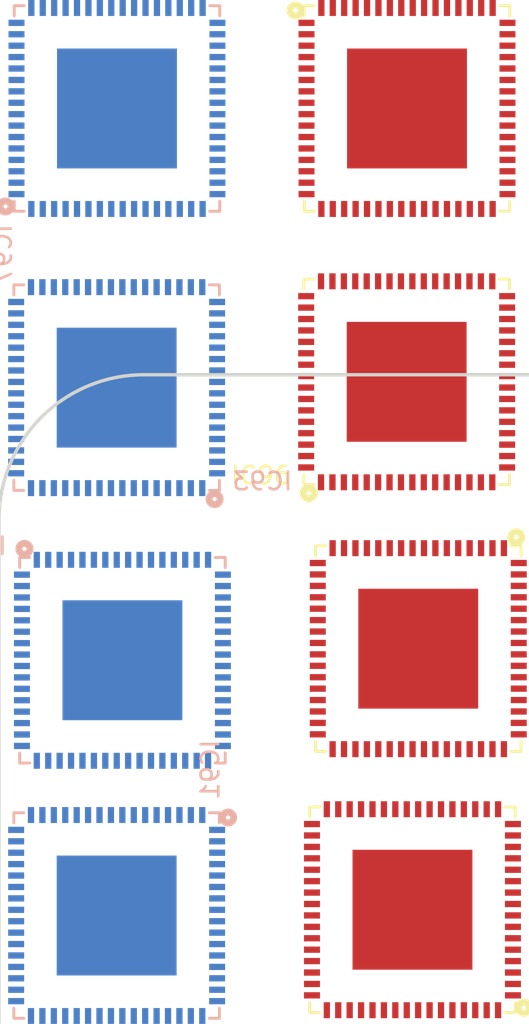
<source format=kicad_pcb>
(kicad_pcb (version 20171130) (host pcbnew "(5.1.2)-1")

  (general
    (thickness 1.6)
    (drawings 76)
    (tracks 0)
    (zones 0)
    (modules 8)
    (nets 45)
  )

  (page A4)
  (layers
    (0 Top signal)
    (1 VDD signal hide)
    (2 Route3 signal hide)
    (3 Route14 signal hide)
    (4 DigitalGND signal hide)
    (31 Bottom signal)
    (32 B.Adhes user hide)
    (33 F.Adhes user hide)
    (34 B.Paste user hide)
    (35 F.Paste user hide)
    (36 B.SilkS user hide)
    (37 F.SilkS user hide)
    (38 B.Mask user hide)
    (39 F.Mask user hide)
    (40 Dwgs.User user hide)
    (41 Cmts.User user hide)
    (42 Eco1.User user hide)
    (43 Eco2.User user hide)
    (44 Edge.Cuts user hide)
    (45 Margin user hide)
    (46 B.CrtYd user hide)
    (47 F.CrtYd user hide)
    (48 B.Fab user)
    (49 F.Fab user)
  )

  (setup
    (last_trace_width 0.25)
    (trace_clearance 0.1524)
    (zone_clearance 0.508)
    (zone_45_only no)
    (trace_min 0.2)
    (via_size 0.8)
    (via_drill 0.4)
    (via_min_size 0.4)
    (via_min_drill 0.3)
    (uvia_size 0.3)
    (uvia_drill 0.1)
    (uvias_allowed no)
    (uvia_min_size 0.2)
    (uvia_min_drill 0.1)
    (edge_width 0.05)
    (segment_width 0.2)
    (pcb_text_width 0.3)
    (pcb_text_size 1.5 1.5)
    (mod_edge_width 0.12)
    (mod_text_size 1 1)
    (mod_text_width 0.15)
    (pad_size 1.524 1.524)
    (pad_drill 0.762)
    (pad_to_mask_clearance 0.051)
    (solder_mask_min_width 0.25)
    (aux_axis_origin 0 0)
    (visible_elements 7FF9F71F)
    (pcbplotparams
      (layerselection 0x010fc_ffffffff)
      (usegerberextensions false)
      (usegerberattributes false)
      (usegerberadvancedattributes false)
      (creategerberjobfile false)
      (excludeedgelayer true)
      (linewidth 0.100000)
      (plotframeref false)
      (viasonmask false)
      (mode 1)
      (useauxorigin false)
      (hpglpennumber 1)
      (hpglpenspeed 20)
      (hpglpendiameter 15.000000)
      (psnegative false)
      (psa4output false)
      (plotreference true)
      (plotvalue true)
      (plotinvisibletext false)
      (padsonsilk false)
      (subtractmaskfromsilk false)
      (outputformat 1)
      (mirror false)
      (drillshape 1)
      (scaleselection 1)
      (outputdirectory ""))
  )

  (net 0 "")
  (net 1 GND)
  (net 2 LCD.D15.R4--R7)
  (net 3 LCD.D14.R3--R6)
  (net 4 LCD.D13.R2--R5)
  (net 5 LCD.D12.R1--R4)
  (net 6 LCD.D11.R0--R3)
  (net 7 LCD.D7.G2--G4)
  (net 8 LCD.D6.G1--G3)
  (net 9 LCD.D5.G0--G2)
  (net 10 LCD.D10.G5--G7)
  (net 11 LCD.D9.G4--G6)
  (net 12 LCD.D8.G3--G5)
  (net 13 LCD.D4.B4--B7)
  (net 14 LCD.D3.B3--B6)
  (net 15 LCD.D2.B2--B5)
  (net 16 LCD.ENABLE)
  (net 17 LCD.D0.B0--B3)
  (net 18 LCD.D1.B1--B4)
  (net 19 LCD.VSYNC)
  (net 20 LCD.HSYNC)
  (net 21 LCD.CLOCK)
  (net 22 I2C0_SDA)
  (net 23 I2C0_SCL)
  (net 24 VDD_3V3B)
  (net 25 HDMI_INT)
  (net 26 SPI1_SCLK)
  (net 27 SPI1_D0)
  (net 28 SPI1_CS0)
  (net 29 12MHZ)
  (net 30 HDMI_1V8)
  (net 31 TEST)
  (net 32 HDMI.DSDA)
  (net 33 HDMI.DSCL)
  (net 34 EXT_SWING)
  (net 35 HPD)
  (net 36 CEC)
  (net 37 TX2+)
  (net 38 TX2-)
  (net 39 TX1+)
  (net 40 TX1-)
  (net 41 TX0+)
  (net 42 TX0-)
  (net 43 TXC+)
  (net 44 TXC-)

  (net_class Default "This is the default net class."
    (clearance 0.1524)
    (trace_width 0.25)
    (via_dia 0.8)
    (via_drill 0.4)
    (uvia_dia 0.3)
    (uvia_drill 0.1)
    (add_net 12MHZ)
    (add_net CEC)
    (add_net EXT_SWING)
    (add_net GND)
    (add_net HDMI.DSCL)
    (add_net HDMI.DSDA)
    (add_net HDMI_1V8)
    (add_net HDMI_INT)
    (add_net HPD)
    (add_net I2C0_SCL)
    (add_net I2C0_SDA)
    (add_net LCD.CLOCK)
    (add_net LCD.D0.B0--B3)
    (add_net LCD.D1.B1--B4)
    (add_net LCD.D10.G5--G7)
    (add_net LCD.D11.R0--R3)
    (add_net LCD.D12.R1--R4)
    (add_net LCD.D13.R2--R5)
    (add_net LCD.D14.R3--R6)
    (add_net LCD.D15.R4--R7)
    (add_net LCD.D2.B2--B5)
    (add_net LCD.D3.B3--B6)
    (add_net LCD.D4.B4--B7)
    (add_net LCD.D5.G0--G2)
    (add_net LCD.D6.G1--G3)
    (add_net LCD.D7.G2--G4)
    (add_net LCD.D8.G3--G5)
    (add_net LCD.D9.G4--G6)
    (add_net LCD.ENABLE)
    (add_net LCD.HSYNC)
    (add_net LCD.VSYNC)
    (add_net SPI1_CS0)
    (add_net SPI1_D0)
    (add_net SPI1_SCLK)
    (add_net TEST)
    (add_net TX0+)
    (add_net TX0-)
    (add_net TX1+)
    (add_net TX1-)
    (add_net TX2+)
    (add_net TX2-)
    (add_net TXC+)
    (add_net TXC-)
  )

  (module "SOT804-4(NXP)" (layer Bottom) (tedit 0) (tstamp 5E70116E)
    (at 110.4751 101.3766 180)
    (fp_text reference IC91 (at -4.55 5 90) (layer B.SilkS)
      (effects (font (size 0.77216 0.77216) (thickness 0.115824)) (justify right bottom mirror))
    )
    (fp_text value TDA19988BHN/C1,557 (at -4.5 -6.07 180) (layer B.Fab)
      (effects (font (size 0.9652 0.9652) (thickness 0.115824)) (justify right top mirror))
    )
    (fp_line (start -4.06 4.5) (end -4.5 4.5) (layer B.SilkS) (width 0.127))
    (fp_line (start -4.5 4.5) (end -4.5 4.06) (layer B.SilkS) (width 0.127))
    (fp_line (start 4.5 4.06) (end 4.5 4.5) (layer B.SilkS) (width 0.127))
    (fp_line (start 4.5 4.5) (end 4.06 4.5) (layer B.SilkS) (width 0.127))
    (fp_line (start -4.5 -4.06) (end -4.5 -4.5) (layer B.SilkS) (width 0.127))
    (fp_line (start -4.5 -4.5) (end -4.06 -4.5) (layer B.SilkS) (width 0.127))
    (fp_line (start 4.06 -4.5) (end 4.5 -4.5) (layer B.SilkS) (width 0.127))
    (fp_line (start 4.5 -4.5) (end 4.5 -4.06) (layer B.SilkS) (width 0.127))
    (fp_circle (center -4.88 4.29) (end -4.79 4.29) (layer B.SilkS) (width 0.3048))
    (pad 1 smd rect (at -4.4 3.75 180) (size 0.7 0.275) (layers Bottom B.Paste B.Mask)
      (solder_mask_margin 0.1016))
    (pad 65 smd rect (at 0 0 180) (size 5.25 5.25) (layers Bottom B.Paste B.Mask)
      (solder_mask_margin 0.1016))
    (pad 2 smd rect (at -4.4 3.25 180) (size 0.7 0.275) (layers Bottom B.Paste B.Mask)
      (solder_mask_margin 0.1016))
    (pad 3 smd rect (at -4.4 2.75 180) (size 0.7 0.275) (layers Bottom B.Paste B.Mask)
      (solder_mask_margin 0.1016))
    (pad 4 smd rect (at -4.4 2.25 180) (size 0.7 0.275) (layers Bottom B.Paste B.Mask)
      (solder_mask_margin 0.1016))
    (pad 5 smd rect (at -4.4 1.75 180) (size 0.7 0.275) (layers Bottom B.Paste B.Mask)
      (solder_mask_margin 0.1016))
    (pad 6 smd rect (at -4.4 1.25 180) (size 0.7 0.275) (layers Bottom B.Paste B.Mask)
      (solder_mask_margin 0.1016))
    (pad 7 smd rect (at -4.4 0.75 180) (size 0.7 0.275) (layers Bottom B.Paste B.Mask)
      (solder_mask_margin 0.1016))
    (pad 8 smd rect (at -4.4 0.25 180) (size 0.7 0.275) (layers Bottom B.Paste B.Mask)
      (solder_mask_margin 0.1016))
    (pad 9 smd rect (at -4.4 -0.25 180) (size 0.7 0.275) (layers Bottom B.Paste B.Mask)
      (solder_mask_margin 0.1016))
    (pad 10 smd rect (at -4.4 -0.75 180) (size 0.7 0.275) (layers Bottom B.Paste B.Mask)
      (solder_mask_margin 0.1016))
    (pad 11 smd rect (at -4.4 -1.25 180) (size 0.7 0.275) (layers Bottom B.Paste B.Mask)
      (solder_mask_margin 0.1016))
    (pad 12 smd rect (at -4.4 -1.75 180) (size 0.7 0.275) (layers Bottom B.Paste B.Mask)
      (solder_mask_margin 0.1016))
    (pad 13 smd rect (at -4.4 -2.25 180) (size 0.7 0.275) (layers Bottom B.Paste B.Mask)
      (solder_mask_margin 0.1016))
    (pad 14 smd rect (at -4.4 -2.75 180) (size 0.7 0.275) (layers Bottom B.Paste B.Mask)
      (solder_mask_margin 0.1016))
    (pad 15 smd rect (at -4.4 -3.25 180) (size 0.7 0.275) (layers Bottom B.Paste B.Mask)
      (solder_mask_margin 0.1016))
    (pad 16 smd rect (at -4.4 -3.75 180) (size 0.7 0.275) (layers Bottom B.Paste B.Mask)
      (solder_mask_margin 0.1016))
    (pad 17 smd rect (at -3.75 -4.4 90) (size 0.7 0.275) (layers Bottom B.Paste B.Mask)
      (solder_mask_margin 0.1016))
    (pad 18 smd rect (at -3.25 -4.4 90) (size 0.7 0.275) (layers Bottom B.Paste B.Mask)
      (solder_mask_margin 0.1016))
    (pad 19 smd rect (at -2.75 -4.4 90) (size 0.7 0.275) (layers Bottom B.Paste B.Mask)
      (solder_mask_margin 0.1016))
    (pad 20 smd rect (at -2.25 -4.4 90) (size 0.7 0.275) (layers Bottom B.Paste B.Mask)
      (solder_mask_margin 0.1016))
    (pad 21 smd rect (at -1.75 -4.4 90) (size 0.7 0.275) (layers Bottom B.Paste B.Mask)
      (solder_mask_margin 0.1016))
    (pad 22 smd rect (at -1.25 -4.4 90) (size 0.7 0.275) (layers Bottom B.Paste B.Mask)
      (solder_mask_margin 0.1016))
    (pad 23 smd rect (at -0.75 -4.4 90) (size 0.7 0.275) (layers Bottom B.Paste B.Mask)
      (solder_mask_margin 0.1016))
    (pad 24 smd rect (at -0.25 -4.4 90) (size 0.7 0.275) (layers Bottom B.Paste B.Mask)
      (solder_mask_margin 0.1016))
    (pad 25 smd rect (at 0.25 -4.4 90) (size 0.7 0.275) (layers Bottom B.Paste B.Mask)
      (solder_mask_margin 0.1016))
    (pad 26 smd rect (at 0.75 -4.4 90) (size 0.7 0.275) (layers Bottom B.Paste B.Mask)
      (solder_mask_margin 0.1016))
    (pad 27 smd rect (at 1.25 -4.4 90) (size 0.7 0.275) (layers Bottom B.Paste B.Mask)
      (solder_mask_margin 0.1016))
    (pad 28 smd rect (at 1.75 -4.4 90) (size 0.7 0.275) (layers Bottom B.Paste B.Mask)
      (solder_mask_margin 0.1016))
    (pad 29 smd rect (at 2.25 -4.4 90) (size 0.7 0.275) (layers Bottom B.Paste B.Mask)
      (solder_mask_margin 0.1016))
    (pad 30 smd rect (at 2.75 -4.4 90) (size 0.7 0.275) (layers Bottom B.Paste B.Mask)
      (solder_mask_margin 0.1016))
    (pad 31 smd rect (at 3.25 -4.4 90) (size 0.7 0.275) (layers Bottom B.Paste B.Mask)
      (solder_mask_margin 0.1016))
    (pad 32 smd rect (at 3.75 -4.4 90) (size 0.7 0.275) (layers Bottom B.Paste B.Mask)
      (solder_mask_margin 0.1016))
    (pad 33 smd rect (at 4.4 -3.75) (size 0.7 0.275) (layers Bottom B.Paste B.Mask)
      (solder_mask_margin 0.1016))
    (pad 34 smd rect (at 4.4 -3.25) (size 0.7 0.275) (layers Bottom B.Paste B.Mask)
      (solder_mask_margin 0.1016))
    (pad 35 smd rect (at 4.4 -2.75) (size 0.7 0.275) (layers Bottom B.Paste B.Mask)
      (solder_mask_margin 0.1016))
    (pad 36 smd rect (at 4.4 -2.25) (size 0.7 0.275) (layers Bottom B.Paste B.Mask)
      (solder_mask_margin 0.1016))
    (pad 37 smd rect (at 4.4 -1.75) (size 0.7 0.275) (layers Bottom B.Paste B.Mask)
      (solder_mask_margin 0.1016))
    (pad 38 smd rect (at 4.4 -1.25) (size 0.7 0.275) (layers Bottom B.Paste B.Mask)
      (solder_mask_margin 0.1016))
    (pad 39 smd rect (at 4.4 -0.75) (size 0.7 0.275) (layers Bottom B.Paste B.Mask)
      (solder_mask_margin 0.1016))
    (pad 40 smd rect (at 4.4 -0.25) (size 0.7 0.275) (layers Bottom B.Paste B.Mask)
      (solder_mask_margin 0.1016))
    (pad 41 smd rect (at 4.4 0.25) (size 0.7 0.275) (layers Bottom B.Paste B.Mask)
      (solder_mask_margin 0.1016))
    (pad 42 smd rect (at 4.4 0.75) (size 0.7 0.275) (layers Bottom B.Paste B.Mask)
      (solder_mask_margin 0.1016))
    (pad 43 smd rect (at 4.4 1.25) (size 0.7 0.275) (layers Bottom B.Paste B.Mask)
      (solder_mask_margin 0.1016))
    (pad 44 smd rect (at 4.4 1.75) (size 0.7 0.275) (layers Bottom B.Paste B.Mask)
      (solder_mask_margin 0.1016))
    (pad 45 smd rect (at 4.4 2.25) (size 0.7 0.275) (layers Bottom B.Paste B.Mask)
      (solder_mask_margin 0.1016))
    (pad 46 smd rect (at 4.4 2.75) (size 0.7 0.275) (layers Bottom B.Paste B.Mask)
      (solder_mask_margin 0.1016))
    (pad 47 smd rect (at 4.4 3.25) (size 0.7 0.275) (layers Bottom B.Paste B.Mask)
      (solder_mask_margin 0.1016))
    (pad 48 smd rect (at 4.4 3.75) (size 0.7 0.275) (layers Bottom B.Paste B.Mask)
      (solder_mask_margin 0.1016))
    (pad 49 smd rect (at 3.75 4.4 270) (size 0.7 0.275) (layers Bottom B.Paste B.Mask)
      (solder_mask_margin 0.1016))
    (pad 50 smd rect (at 3.25 4.4 270) (size 0.7 0.275) (layers Bottom B.Paste B.Mask)
      (solder_mask_margin 0.1016))
    (pad 51 smd rect (at 2.75 4.4 270) (size 0.7 0.275) (layers Bottom B.Paste B.Mask)
      (solder_mask_margin 0.1016))
    (pad 52 smd rect (at 2.25 4.4 270) (size 0.7 0.275) (layers Bottom B.Paste B.Mask)
      (solder_mask_margin 0.1016))
    (pad 53 smd rect (at 1.75 4.4 270) (size 0.7 0.275) (layers Bottom B.Paste B.Mask)
      (solder_mask_margin 0.1016))
    (pad 54 smd rect (at 1.25 4.4 270) (size 0.7 0.275) (layers Bottom B.Paste B.Mask)
      (solder_mask_margin 0.1016))
    (pad 55 smd rect (at 0.75 4.4 270) (size 0.7 0.275) (layers Bottom B.Paste B.Mask)
      (solder_mask_margin 0.1016))
    (pad 56 smd rect (at 0.25 4.4 270) (size 0.7 0.275) (layers Bottom B.Paste B.Mask)
      (solder_mask_margin 0.1016))
    (pad 57 smd rect (at -0.25 4.4 270) (size 0.7 0.275) (layers Bottom B.Paste B.Mask)
      (solder_mask_margin 0.1016))
    (pad 58 smd rect (at -0.75 4.4 270) (size 0.7 0.275) (layers Bottom B.Paste B.Mask)
      (solder_mask_margin 0.1016))
    (pad 59 smd rect (at -1.25 4.4 270) (size 0.7 0.275) (layers Bottom B.Paste B.Mask)
      (solder_mask_margin 0.1016))
    (pad 60 smd rect (at -1.75 4.4 270) (size 0.7 0.275) (layers Bottom B.Paste B.Mask)
      (solder_mask_margin 0.1016))
    (pad 61 smd rect (at -2.25 4.4 270) (size 0.7 0.275) (layers Bottom B.Paste B.Mask)
      (solder_mask_margin 0.1016))
    (pad 62 smd rect (at -2.75 4.4 270) (size 0.7 0.275) (layers Bottom B.Paste B.Mask)
      (solder_mask_margin 0.1016))
    (pad 63 smd rect (at -3.25 4.4 270) (size 0.7 0.275) (layers Bottom B.Paste B.Mask)
      (solder_mask_margin 0.1016))
    (pad 64 smd rect (at -3.75 4.4 270) (size 0.7 0.275) (layers Bottom B.Paste B.Mask)
      (solder_mask_margin 0.1016))
  )

  (module "SOT804-4(NXP)" (layer Bottom) (tedit 0) (tstamp 5E70116E)
    (at 110.7291 90.2006 270)
    (fp_text reference IC92 (at -4.55 5) (layer B.SilkS)
      (effects (font (size 0.77216 0.77216) (thickness 0.115824)) (justify left bottom mirror))
    )
    (fp_text value TDA19988BHN/C1,557 (at -4.5 -6.07 270) (layer B.Fab)
      (effects (font (size 0.9652 0.9652) (thickness 0.115824)) (justify right top mirror))
    )
    (fp_line (start -4.06 4.5) (end -4.5 4.5) (layer B.SilkS) (width 0.127))
    (fp_line (start -4.5 4.5) (end -4.5 4.06) (layer B.SilkS) (width 0.127))
    (fp_line (start 4.5 4.06) (end 4.5 4.5) (layer B.SilkS) (width 0.127))
    (fp_line (start 4.5 4.5) (end 4.06 4.5) (layer B.SilkS) (width 0.127))
    (fp_line (start -4.5 -4.06) (end -4.5 -4.5) (layer B.SilkS) (width 0.127))
    (fp_line (start -4.5 -4.5) (end -4.06 -4.5) (layer B.SilkS) (width 0.127))
    (fp_line (start 4.06 -4.5) (end 4.5 -4.5) (layer B.SilkS) (width 0.127))
    (fp_line (start 4.5 -4.5) (end 4.5 -4.06) (layer B.SilkS) (width 0.127))
    (fp_circle (center -4.88 4.29) (end -4.79 4.29) (layer B.SilkS) (width 0.3048))
    (pad 1 smd rect (at -4.4 3.75 270) (size 0.7 0.275) (layers Bottom B.Paste B.Mask)
      (solder_mask_margin 0.1016))
    (pad 65 smd rect (at 0 0 270) (size 5.25 5.25) (layers Bottom B.Paste B.Mask)
      (solder_mask_margin 0.1016))
    (pad 2 smd rect (at -4.4 3.25 270) (size 0.7 0.275) (layers Bottom B.Paste B.Mask)
      (solder_mask_margin 0.1016))
    (pad 3 smd rect (at -4.4 2.75 270) (size 0.7 0.275) (layers Bottom B.Paste B.Mask)
      (solder_mask_margin 0.1016))
    (pad 4 smd rect (at -4.4 2.25 270) (size 0.7 0.275) (layers Bottom B.Paste B.Mask)
      (solder_mask_margin 0.1016))
    (pad 5 smd rect (at -4.4 1.75 270) (size 0.7 0.275) (layers Bottom B.Paste B.Mask)
      (solder_mask_margin 0.1016))
    (pad 6 smd rect (at -4.4 1.25 270) (size 0.7 0.275) (layers Bottom B.Paste B.Mask)
      (solder_mask_margin 0.1016))
    (pad 7 smd rect (at -4.4 0.75 270) (size 0.7 0.275) (layers Bottom B.Paste B.Mask)
      (solder_mask_margin 0.1016))
    (pad 8 smd rect (at -4.4 0.25 270) (size 0.7 0.275) (layers Bottom B.Paste B.Mask)
      (solder_mask_margin 0.1016))
    (pad 9 smd rect (at -4.4 -0.25 270) (size 0.7 0.275) (layers Bottom B.Paste B.Mask)
      (solder_mask_margin 0.1016))
    (pad 10 smd rect (at -4.4 -0.75 270) (size 0.7 0.275) (layers Bottom B.Paste B.Mask)
      (solder_mask_margin 0.1016))
    (pad 11 smd rect (at -4.4 -1.25 270) (size 0.7 0.275) (layers Bottom B.Paste B.Mask)
      (solder_mask_margin 0.1016))
    (pad 12 smd rect (at -4.4 -1.75 270) (size 0.7 0.275) (layers Bottom B.Paste B.Mask)
      (solder_mask_margin 0.1016))
    (pad 13 smd rect (at -4.4 -2.25 270) (size 0.7 0.275) (layers Bottom B.Paste B.Mask)
      (solder_mask_margin 0.1016))
    (pad 14 smd rect (at -4.4 -2.75 270) (size 0.7 0.275) (layers Bottom B.Paste B.Mask)
      (solder_mask_margin 0.1016))
    (pad 15 smd rect (at -4.4 -3.25 270) (size 0.7 0.275) (layers Bottom B.Paste B.Mask)
      (solder_mask_margin 0.1016))
    (pad 16 smd rect (at -4.4 -3.75 270) (size 0.7 0.275) (layers Bottom B.Paste B.Mask)
      (solder_mask_margin 0.1016))
    (pad 17 smd rect (at -3.75 -4.4 180) (size 0.7 0.275) (layers Bottom B.Paste B.Mask)
      (solder_mask_margin 0.1016))
    (pad 18 smd rect (at -3.25 -4.4 180) (size 0.7 0.275) (layers Bottom B.Paste B.Mask)
      (solder_mask_margin 0.1016))
    (pad 19 smd rect (at -2.75 -4.4 180) (size 0.7 0.275) (layers Bottom B.Paste B.Mask)
      (solder_mask_margin 0.1016))
    (pad 20 smd rect (at -2.25 -4.4 180) (size 0.7 0.275) (layers Bottom B.Paste B.Mask)
      (solder_mask_margin 0.1016))
    (pad 21 smd rect (at -1.75 -4.4 180) (size 0.7 0.275) (layers Bottom B.Paste B.Mask)
      (solder_mask_margin 0.1016))
    (pad 22 smd rect (at -1.25 -4.4 180) (size 0.7 0.275) (layers Bottom B.Paste B.Mask)
      (solder_mask_margin 0.1016))
    (pad 23 smd rect (at -0.75 -4.4 180) (size 0.7 0.275) (layers Bottom B.Paste B.Mask)
      (solder_mask_margin 0.1016))
    (pad 24 smd rect (at -0.25 -4.4 180) (size 0.7 0.275) (layers Bottom B.Paste B.Mask)
      (solder_mask_margin 0.1016))
    (pad 25 smd rect (at 0.25 -4.4 180) (size 0.7 0.275) (layers Bottom B.Paste B.Mask)
      (solder_mask_margin 0.1016))
    (pad 26 smd rect (at 0.75 -4.4 180) (size 0.7 0.275) (layers Bottom B.Paste B.Mask)
      (solder_mask_margin 0.1016))
    (pad 27 smd rect (at 1.25 -4.4 180) (size 0.7 0.275) (layers Bottom B.Paste B.Mask)
      (solder_mask_margin 0.1016))
    (pad 28 smd rect (at 1.75 -4.4 180) (size 0.7 0.275) (layers Bottom B.Paste B.Mask)
      (solder_mask_margin 0.1016))
    (pad 29 smd rect (at 2.25 -4.4 180) (size 0.7 0.275) (layers Bottom B.Paste B.Mask)
      (solder_mask_margin 0.1016))
    (pad 30 smd rect (at 2.75 -4.4 180) (size 0.7 0.275) (layers Bottom B.Paste B.Mask)
      (solder_mask_margin 0.1016))
    (pad 31 smd rect (at 3.25 -4.4 180) (size 0.7 0.275) (layers Bottom B.Paste B.Mask)
      (solder_mask_margin 0.1016))
    (pad 32 smd rect (at 3.75 -4.4 180) (size 0.7 0.275) (layers Bottom B.Paste B.Mask)
      (solder_mask_margin 0.1016))
    (pad 33 smd rect (at 4.4 -3.75 90) (size 0.7 0.275) (layers Bottom B.Paste B.Mask)
      (solder_mask_margin 0.1016))
    (pad 34 smd rect (at 4.4 -3.25 90) (size 0.7 0.275) (layers Bottom B.Paste B.Mask)
      (solder_mask_margin 0.1016))
    (pad 35 smd rect (at 4.4 -2.75 90) (size 0.7 0.275) (layers Bottom B.Paste B.Mask)
      (solder_mask_margin 0.1016))
    (pad 36 smd rect (at 4.4 -2.25 90) (size 0.7 0.275) (layers Bottom B.Paste B.Mask)
      (solder_mask_margin 0.1016))
    (pad 37 smd rect (at 4.4 -1.75 90) (size 0.7 0.275) (layers Bottom B.Paste B.Mask)
      (solder_mask_margin 0.1016))
    (pad 38 smd rect (at 4.4 -1.25 90) (size 0.7 0.275) (layers Bottom B.Paste B.Mask)
      (solder_mask_margin 0.1016))
    (pad 39 smd rect (at 4.4 -0.75 90) (size 0.7 0.275) (layers Bottom B.Paste B.Mask)
      (solder_mask_margin 0.1016))
    (pad 40 smd rect (at 4.4 -0.25 90) (size 0.7 0.275) (layers Bottom B.Paste B.Mask)
      (solder_mask_margin 0.1016))
    (pad 41 smd rect (at 4.4 0.25 90) (size 0.7 0.275) (layers Bottom B.Paste B.Mask)
      (solder_mask_margin 0.1016))
    (pad 42 smd rect (at 4.4 0.75 90) (size 0.7 0.275) (layers Bottom B.Paste B.Mask)
      (solder_mask_margin 0.1016))
    (pad 43 smd rect (at 4.4 1.25 90) (size 0.7 0.275) (layers Bottom B.Paste B.Mask)
      (solder_mask_margin 0.1016))
    (pad 44 smd rect (at 4.4 1.75 90) (size 0.7 0.275) (layers Bottom B.Paste B.Mask)
      (solder_mask_margin 0.1016))
    (pad 45 smd rect (at 4.4 2.25 90) (size 0.7 0.275) (layers Bottom B.Paste B.Mask)
      (solder_mask_margin 0.1016))
    (pad 46 smd rect (at 4.4 2.75 90) (size 0.7 0.275) (layers Bottom B.Paste B.Mask)
      (solder_mask_margin 0.1016))
    (pad 47 smd rect (at 4.4 3.25 90) (size 0.7 0.275) (layers Bottom B.Paste B.Mask)
      (solder_mask_margin 0.1016))
    (pad 48 smd rect (at 4.4 3.75 90) (size 0.7 0.275) (layers Bottom B.Paste B.Mask)
      (solder_mask_margin 0.1016))
    (pad 49 smd rect (at 3.75 4.4) (size 0.7 0.275) (layers Bottom B.Paste B.Mask)
      (solder_mask_margin 0.1016))
    (pad 50 smd rect (at 3.25 4.4) (size 0.7 0.275) (layers Bottom B.Paste B.Mask)
      (solder_mask_margin 0.1016))
    (pad 51 smd rect (at 2.75 4.4) (size 0.7 0.275) (layers Bottom B.Paste B.Mask)
      (solder_mask_margin 0.1016))
    (pad 52 smd rect (at 2.25 4.4) (size 0.7 0.275) (layers Bottom B.Paste B.Mask)
      (solder_mask_margin 0.1016))
    (pad 53 smd rect (at 1.75 4.4) (size 0.7 0.275) (layers Bottom B.Paste B.Mask)
      (solder_mask_margin 0.1016))
    (pad 54 smd rect (at 1.25 4.4) (size 0.7 0.275) (layers Bottom B.Paste B.Mask)
      (solder_mask_margin 0.1016))
    (pad 55 smd rect (at 0.75 4.4) (size 0.7 0.275) (layers Bottom B.Paste B.Mask)
      (solder_mask_margin 0.1016))
    (pad 56 smd rect (at 0.25 4.4) (size 0.7 0.275) (layers Bottom B.Paste B.Mask)
      (solder_mask_margin 0.1016))
    (pad 57 smd rect (at -0.25 4.4) (size 0.7 0.275) (layers Bottom B.Paste B.Mask)
      (solder_mask_margin 0.1016))
    (pad 58 smd rect (at -0.75 4.4) (size 0.7 0.275) (layers Bottom B.Paste B.Mask)
      (solder_mask_margin 0.1016))
    (pad 59 smd rect (at -1.25 4.4) (size 0.7 0.275) (layers Bottom B.Paste B.Mask)
      (solder_mask_margin 0.1016))
    (pad 60 smd rect (at -1.75 4.4) (size 0.7 0.275) (layers Bottom B.Paste B.Mask)
      (solder_mask_margin 0.1016))
    (pad 61 smd rect (at -2.25 4.4) (size 0.7 0.275) (layers Bottom B.Paste B.Mask)
      (solder_mask_margin 0.1016))
    (pad 62 smd rect (at -2.75 4.4) (size 0.7 0.275) (layers Bottom B.Paste B.Mask)
      (solder_mask_margin 0.1016))
    (pad 63 smd rect (at -3.25 4.4) (size 0.7 0.275) (layers Bottom B.Paste B.Mask)
      (solder_mask_margin 0.1016))
    (pad 64 smd rect (at -3.75 4.4) (size 0.7 0.275) (layers Bottom B.Paste B.Mask)
      (solder_mask_margin 0.1016))
  )

  (module "SOT804-4(NXP)" (layer Bottom) (tedit 0) (tstamp 5E70116E)
    (at 110.4751 78.2626 90)
    (fp_text reference IC93 (at -4.55 5) (layer B.SilkS)
      (effects (font (size 0.77216 0.77216) (thickness 0.115824)) (justify right bottom mirror))
    )
    (fp_text value TDA19988BHN/C1,557 (at -4.5 -6.07 270) (layer B.Fab)
      (effects (font (size 0.9652 0.9652) (thickness 0.115824)) (justify left top mirror))
    )
    (fp_line (start -4.06 4.5) (end -4.5 4.5) (layer B.SilkS) (width 0.127))
    (fp_line (start -4.5 4.5) (end -4.5 4.06) (layer B.SilkS) (width 0.127))
    (fp_line (start 4.5 4.06) (end 4.5 4.5) (layer B.SilkS) (width 0.127))
    (fp_line (start 4.5 4.5) (end 4.06 4.5) (layer B.SilkS) (width 0.127))
    (fp_line (start -4.5 -4.06) (end -4.5 -4.5) (layer B.SilkS) (width 0.127))
    (fp_line (start -4.5 -4.5) (end -4.06 -4.5) (layer B.SilkS) (width 0.127))
    (fp_line (start 4.06 -4.5) (end 4.5 -4.5) (layer B.SilkS) (width 0.127))
    (fp_line (start 4.5 -4.5) (end 4.5 -4.06) (layer B.SilkS) (width 0.127))
    (fp_circle (center -4.88 4.29) (end -4.79 4.29) (layer B.SilkS) (width 0.3048))
    (pad 1 smd rect (at -4.4 3.75 90) (size 0.7 0.275) (layers Bottom B.Paste B.Mask)
      (solder_mask_margin 0.1016))
    (pad 65 smd rect (at 0 0 90) (size 5.25 5.25) (layers Bottom B.Paste B.Mask)
      (solder_mask_margin 0.1016))
    (pad 2 smd rect (at -4.4 3.25 90) (size 0.7 0.275) (layers Bottom B.Paste B.Mask)
      (solder_mask_margin 0.1016))
    (pad 3 smd rect (at -4.4 2.75 90) (size 0.7 0.275) (layers Bottom B.Paste B.Mask)
      (solder_mask_margin 0.1016))
    (pad 4 smd rect (at -4.4 2.25 90) (size 0.7 0.275) (layers Bottom B.Paste B.Mask)
      (solder_mask_margin 0.1016))
    (pad 5 smd rect (at -4.4 1.75 90) (size 0.7 0.275) (layers Bottom B.Paste B.Mask)
      (solder_mask_margin 0.1016))
    (pad 6 smd rect (at -4.4 1.25 90) (size 0.7 0.275) (layers Bottom B.Paste B.Mask)
      (solder_mask_margin 0.1016))
    (pad 7 smd rect (at -4.4 0.75 90) (size 0.7 0.275) (layers Bottom B.Paste B.Mask)
      (solder_mask_margin 0.1016))
    (pad 8 smd rect (at -4.4 0.25 90) (size 0.7 0.275) (layers Bottom B.Paste B.Mask)
      (solder_mask_margin 0.1016))
    (pad 9 smd rect (at -4.4 -0.25 90) (size 0.7 0.275) (layers Bottom B.Paste B.Mask)
      (solder_mask_margin 0.1016))
    (pad 10 smd rect (at -4.4 -0.75 90) (size 0.7 0.275) (layers Bottom B.Paste B.Mask)
      (solder_mask_margin 0.1016))
    (pad 11 smd rect (at -4.4 -1.25 90) (size 0.7 0.275) (layers Bottom B.Paste B.Mask)
      (solder_mask_margin 0.1016))
    (pad 12 smd rect (at -4.4 -1.75 90) (size 0.7 0.275) (layers Bottom B.Paste B.Mask)
      (solder_mask_margin 0.1016))
    (pad 13 smd rect (at -4.4 -2.25 90) (size 0.7 0.275) (layers Bottom B.Paste B.Mask)
      (solder_mask_margin 0.1016))
    (pad 14 smd rect (at -4.4 -2.75 90) (size 0.7 0.275) (layers Bottom B.Paste B.Mask)
      (solder_mask_margin 0.1016))
    (pad 15 smd rect (at -4.4 -3.25 90) (size 0.7 0.275) (layers Bottom B.Paste B.Mask)
      (solder_mask_margin 0.1016))
    (pad 16 smd rect (at -4.4 -3.75 90) (size 0.7 0.275) (layers Bottom B.Paste B.Mask)
      (solder_mask_margin 0.1016))
    (pad 17 smd rect (at -3.75 -4.4) (size 0.7 0.275) (layers Bottom B.Paste B.Mask)
      (solder_mask_margin 0.1016))
    (pad 18 smd rect (at -3.25 -4.4) (size 0.7 0.275) (layers Bottom B.Paste B.Mask)
      (solder_mask_margin 0.1016))
    (pad 19 smd rect (at -2.75 -4.4) (size 0.7 0.275) (layers Bottom B.Paste B.Mask)
      (solder_mask_margin 0.1016))
    (pad 20 smd rect (at -2.25 -4.4) (size 0.7 0.275) (layers Bottom B.Paste B.Mask)
      (solder_mask_margin 0.1016))
    (pad 21 smd rect (at -1.75 -4.4) (size 0.7 0.275) (layers Bottom B.Paste B.Mask)
      (solder_mask_margin 0.1016))
    (pad 22 smd rect (at -1.25 -4.4) (size 0.7 0.275) (layers Bottom B.Paste B.Mask)
      (solder_mask_margin 0.1016))
    (pad 23 smd rect (at -0.75 -4.4) (size 0.7 0.275) (layers Bottom B.Paste B.Mask)
      (solder_mask_margin 0.1016))
    (pad 24 smd rect (at -0.25 -4.4) (size 0.7 0.275) (layers Bottom B.Paste B.Mask)
      (solder_mask_margin 0.1016))
    (pad 25 smd rect (at 0.25 -4.4) (size 0.7 0.275) (layers Bottom B.Paste B.Mask)
      (solder_mask_margin 0.1016))
    (pad 26 smd rect (at 0.75 -4.4) (size 0.7 0.275) (layers Bottom B.Paste B.Mask)
      (solder_mask_margin 0.1016))
    (pad 27 smd rect (at 1.25 -4.4) (size 0.7 0.275) (layers Bottom B.Paste B.Mask)
      (solder_mask_margin 0.1016))
    (pad 28 smd rect (at 1.75 -4.4) (size 0.7 0.275) (layers Bottom B.Paste B.Mask)
      (solder_mask_margin 0.1016))
    (pad 29 smd rect (at 2.25 -4.4) (size 0.7 0.275) (layers Bottom B.Paste B.Mask)
      (solder_mask_margin 0.1016))
    (pad 30 smd rect (at 2.75 -4.4) (size 0.7 0.275) (layers Bottom B.Paste B.Mask)
      (solder_mask_margin 0.1016))
    (pad 31 smd rect (at 3.25 -4.4) (size 0.7 0.275) (layers Bottom B.Paste B.Mask)
      (solder_mask_margin 0.1016))
    (pad 32 smd rect (at 3.75 -4.4) (size 0.7 0.275) (layers Bottom B.Paste B.Mask)
      (solder_mask_margin 0.1016))
    (pad 33 smd rect (at 4.4 -3.75 270) (size 0.7 0.275) (layers Bottom B.Paste B.Mask)
      (solder_mask_margin 0.1016))
    (pad 34 smd rect (at 4.4 -3.25 270) (size 0.7 0.275) (layers Bottom B.Paste B.Mask)
      (solder_mask_margin 0.1016))
    (pad 35 smd rect (at 4.4 -2.75 270) (size 0.7 0.275) (layers Bottom B.Paste B.Mask)
      (solder_mask_margin 0.1016))
    (pad 36 smd rect (at 4.4 -2.25 270) (size 0.7 0.275) (layers Bottom B.Paste B.Mask)
      (solder_mask_margin 0.1016))
    (pad 37 smd rect (at 4.4 -1.75 270) (size 0.7 0.275) (layers Bottom B.Paste B.Mask)
      (solder_mask_margin 0.1016))
    (pad 38 smd rect (at 4.4 -1.25 270) (size 0.7 0.275) (layers Bottom B.Paste B.Mask)
      (solder_mask_margin 0.1016))
    (pad 39 smd rect (at 4.4 -0.75 270) (size 0.7 0.275) (layers Bottom B.Paste B.Mask)
      (solder_mask_margin 0.1016))
    (pad 40 smd rect (at 4.4 -0.25 270) (size 0.7 0.275) (layers Bottom B.Paste B.Mask)
      (solder_mask_margin 0.1016))
    (pad 41 smd rect (at 4.4 0.25 270) (size 0.7 0.275) (layers Bottom B.Paste B.Mask)
      (solder_mask_margin 0.1016))
    (pad 42 smd rect (at 4.4 0.75 270) (size 0.7 0.275) (layers Bottom B.Paste B.Mask)
      (solder_mask_margin 0.1016))
    (pad 43 smd rect (at 4.4 1.25 270) (size 0.7 0.275) (layers Bottom B.Paste B.Mask)
      (solder_mask_margin 0.1016))
    (pad 44 smd rect (at 4.4 1.75 270) (size 0.7 0.275) (layers Bottom B.Paste B.Mask)
      (solder_mask_margin 0.1016))
    (pad 45 smd rect (at 4.4 2.25 270) (size 0.7 0.275) (layers Bottom B.Paste B.Mask)
      (solder_mask_margin 0.1016))
    (pad 46 smd rect (at 4.4 2.75 270) (size 0.7 0.275) (layers Bottom B.Paste B.Mask)
      (solder_mask_margin 0.1016))
    (pad 47 smd rect (at 4.4 3.25 270) (size 0.7 0.275) (layers Bottom B.Paste B.Mask)
      (solder_mask_margin 0.1016))
    (pad 48 smd rect (at 4.4 3.75 270) (size 0.7 0.275) (layers Bottom B.Paste B.Mask)
      (solder_mask_margin 0.1016))
    (pad 49 smd rect (at 3.75 4.4 180) (size 0.7 0.275) (layers Bottom B.Paste B.Mask)
      (solder_mask_margin 0.1016))
    (pad 50 smd rect (at 3.25 4.4 180) (size 0.7 0.275) (layers Bottom B.Paste B.Mask)
      (solder_mask_margin 0.1016))
    (pad 51 smd rect (at 2.75 4.4 180) (size 0.7 0.275) (layers Bottom B.Paste B.Mask)
      (solder_mask_margin 0.1016))
    (pad 52 smd rect (at 2.25 4.4 180) (size 0.7 0.275) (layers Bottom B.Paste B.Mask)
      (solder_mask_margin 0.1016))
    (pad 53 smd rect (at 1.75 4.4 180) (size 0.7 0.275) (layers Bottom B.Paste B.Mask)
      (solder_mask_margin 0.1016))
    (pad 54 smd rect (at 1.25 4.4 180) (size 0.7 0.275) (layers Bottom B.Paste B.Mask)
      (solder_mask_margin 0.1016))
    (pad 55 smd rect (at 0.75 4.4 180) (size 0.7 0.275) (layers Bottom B.Paste B.Mask)
      (solder_mask_margin 0.1016))
    (pad 56 smd rect (at 0.25 4.4 180) (size 0.7 0.275) (layers Bottom B.Paste B.Mask)
      (solder_mask_margin 0.1016))
    (pad 57 smd rect (at -0.25 4.4 180) (size 0.7 0.275) (layers Bottom B.Paste B.Mask)
      (solder_mask_margin 0.1016))
    (pad 58 smd rect (at -0.75 4.4 180) (size 0.7 0.275) (layers Bottom B.Paste B.Mask)
      (solder_mask_margin 0.1016))
    (pad 59 smd rect (at -1.25 4.4 180) (size 0.7 0.275) (layers Bottom B.Paste B.Mask)
      (solder_mask_margin 0.1016))
    (pad 60 smd rect (at -1.75 4.4 180) (size 0.7 0.275) (layers Bottom B.Paste B.Mask)
      (solder_mask_margin 0.1016))
    (pad 61 smd rect (at -2.25 4.4 180) (size 0.7 0.275) (layers Bottom B.Paste B.Mask)
      (solder_mask_margin 0.1016))
    (pad 62 smd rect (at -2.75 4.4 180) (size 0.7 0.275) (layers Bottom B.Paste B.Mask)
      (solder_mask_margin 0.1016))
    (pad 63 smd rect (at -3.25 4.4 180) (size 0.7 0.275) (layers Bottom B.Paste B.Mask)
      (solder_mask_margin 0.1016))
    (pad 64 smd rect (at -3.75 4.4 180) (size 0.7 0.275) (layers Bottom B.Paste B.Mask)
      (solder_mask_margin 0.1016))
  )

  (module "SOT804-4(NXP)" (layer Top) (tedit 0) (tstamp 5E70116E)
    (at 123.4291 101.1226 180)
    (fp_text reference IC94 (at -4.55 -5 90) (layer F.SilkS)
      (effects (font (size 0.77216 0.77216) (thickness 0.115824)) (justify right bottom))
    )
    (fp_text value TDA19988BHN/C1,557 (at -4.5 6.07) (layer F.Fab)
      (effects (font (size 0.9652 0.9652) (thickness 0.115824)) (justify right top))
    )
    (fp_line (start -4.06 -4.5) (end -4.5 -4.5) (layer F.SilkS) (width 0.127))
    (fp_line (start -4.5 -4.5) (end -4.5 -4.06) (layer F.SilkS) (width 0.127))
    (fp_line (start 4.5 -4.06) (end 4.5 -4.5) (layer F.SilkS) (width 0.127))
    (fp_line (start 4.5 -4.5) (end 4.06 -4.5) (layer F.SilkS) (width 0.127))
    (fp_line (start -4.5 4.06) (end -4.5 4.5) (layer F.SilkS) (width 0.127))
    (fp_line (start -4.5 4.5) (end -4.06 4.5) (layer F.SilkS) (width 0.127))
    (fp_line (start 4.06 4.5) (end 4.5 4.5) (layer F.SilkS) (width 0.127))
    (fp_line (start 4.5 4.5) (end 4.5 4.06) (layer F.SilkS) (width 0.127))
    (fp_circle (center -4.88 -4.29) (end -4.79 -4.29) (layer F.SilkS) (width 0.3048))
    (pad 1 smd rect (at -4.4 -3.75 180) (size 0.7 0.275) (layers Top F.Paste F.Mask)
      (solder_mask_margin 0.1016))
    (pad 65 smd rect (at 0 0 180) (size 5.25 5.25) (layers Top F.Paste F.Mask)
      (solder_mask_margin 0.1016))
    (pad 2 smd rect (at -4.4 -3.25 180) (size 0.7 0.275) (layers Top F.Paste F.Mask)
      (solder_mask_margin 0.1016))
    (pad 3 smd rect (at -4.4 -2.75 180) (size 0.7 0.275) (layers Top F.Paste F.Mask)
      (solder_mask_margin 0.1016))
    (pad 4 smd rect (at -4.4 -2.25 180) (size 0.7 0.275) (layers Top F.Paste F.Mask)
      (solder_mask_margin 0.1016))
    (pad 5 smd rect (at -4.4 -1.75 180) (size 0.7 0.275) (layers Top F.Paste F.Mask)
      (solder_mask_margin 0.1016))
    (pad 6 smd rect (at -4.4 -1.25 180) (size 0.7 0.275) (layers Top F.Paste F.Mask)
      (solder_mask_margin 0.1016))
    (pad 7 smd rect (at -4.4 -0.75 180) (size 0.7 0.275) (layers Top F.Paste F.Mask)
      (solder_mask_margin 0.1016))
    (pad 8 smd rect (at -4.4 -0.25 180) (size 0.7 0.275) (layers Top F.Paste F.Mask)
      (solder_mask_margin 0.1016))
    (pad 9 smd rect (at -4.4 0.25 180) (size 0.7 0.275) (layers Top F.Paste F.Mask)
      (solder_mask_margin 0.1016))
    (pad 10 smd rect (at -4.4 0.75 180) (size 0.7 0.275) (layers Top F.Paste F.Mask)
      (solder_mask_margin 0.1016))
    (pad 11 smd rect (at -4.4 1.25 180) (size 0.7 0.275) (layers Top F.Paste F.Mask)
      (solder_mask_margin 0.1016))
    (pad 12 smd rect (at -4.4 1.75 180) (size 0.7 0.275) (layers Top F.Paste F.Mask)
      (solder_mask_margin 0.1016))
    (pad 13 smd rect (at -4.4 2.25 180) (size 0.7 0.275) (layers Top F.Paste F.Mask)
      (solder_mask_margin 0.1016))
    (pad 14 smd rect (at -4.4 2.75 180) (size 0.7 0.275) (layers Top F.Paste F.Mask)
      (solder_mask_margin 0.1016))
    (pad 15 smd rect (at -4.4 3.25 180) (size 0.7 0.275) (layers Top F.Paste F.Mask)
      (solder_mask_margin 0.1016))
    (pad 16 smd rect (at -4.4 3.75 180) (size 0.7 0.275) (layers Top F.Paste F.Mask)
      (solder_mask_margin 0.1016))
    (pad 17 smd rect (at -3.75 4.4 270) (size 0.7 0.275) (layers Top F.Paste F.Mask)
      (solder_mask_margin 0.1016))
    (pad 18 smd rect (at -3.25 4.4 270) (size 0.7 0.275) (layers Top F.Paste F.Mask)
      (solder_mask_margin 0.1016))
    (pad 19 smd rect (at -2.75 4.4 270) (size 0.7 0.275) (layers Top F.Paste F.Mask)
      (solder_mask_margin 0.1016))
    (pad 20 smd rect (at -2.25 4.4 270) (size 0.7 0.275) (layers Top F.Paste F.Mask)
      (solder_mask_margin 0.1016))
    (pad 21 smd rect (at -1.75 4.4 270) (size 0.7 0.275) (layers Top F.Paste F.Mask)
      (solder_mask_margin 0.1016))
    (pad 22 smd rect (at -1.25 4.4 270) (size 0.7 0.275) (layers Top F.Paste F.Mask)
      (solder_mask_margin 0.1016))
    (pad 23 smd rect (at -0.75 4.4 270) (size 0.7 0.275) (layers Top F.Paste F.Mask)
      (solder_mask_margin 0.1016))
    (pad 24 smd rect (at -0.25 4.4 270) (size 0.7 0.275) (layers Top F.Paste F.Mask)
      (solder_mask_margin 0.1016))
    (pad 25 smd rect (at 0.25 4.4 270) (size 0.7 0.275) (layers Top F.Paste F.Mask)
      (solder_mask_margin 0.1016))
    (pad 26 smd rect (at 0.75 4.4 270) (size 0.7 0.275) (layers Top F.Paste F.Mask)
      (solder_mask_margin 0.1016))
    (pad 27 smd rect (at 1.25 4.4 270) (size 0.7 0.275) (layers Top F.Paste F.Mask)
      (solder_mask_margin 0.1016))
    (pad 28 smd rect (at 1.75 4.4 270) (size 0.7 0.275) (layers Top F.Paste F.Mask)
      (solder_mask_margin 0.1016))
    (pad 29 smd rect (at 2.25 4.4 270) (size 0.7 0.275) (layers Top F.Paste F.Mask)
      (solder_mask_margin 0.1016))
    (pad 30 smd rect (at 2.75 4.4 270) (size 0.7 0.275) (layers Top F.Paste F.Mask)
      (solder_mask_margin 0.1016))
    (pad 31 smd rect (at 3.25 4.4 270) (size 0.7 0.275) (layers Top F.Paste F.Mask)
      (solder_mask_margin 0.1016))
    (pad 32 smd rect (at 3.75 4.4 270) (size 0.7 0.275) (layers Top F.Paste F.Mask)
      (solder_mask_margin 0.1016))
    (pad 33 smd rect (at 4.4 3.75) (size 0.7 0.275) (layers Top F.Paste F.Mask)
      (solder_mask_margin 0.1016))
    (pad 34 smd rect (at 4.4 3.25) (size 0.7 0.275) (layers Top F.Paste F.Mask)
      (solder_mask_margin 0.1016))
    (pad 35 smd rect (at 4.4 2.75) (size 0.7 0.275) (layers Top F.Paste F.Mask)
      (solder_mask_margin 0.1016))
    (pad 36 smd rect (at 4.4 2.25) (size 0.7 0.275) (layers Top F.Paste F.Mask)
      (solder_mask_margin 0.1016))
    (pad 37 smd rect (at 4.4 1.75) (size 0.7 0.275) (layers Top F.Paste F.Mask)
      (solder_mask_margin 0.1016))
    (pad 38 smd rect (at 4.4 1.25) (size 0.7 0.275) (layers Top F.Paste F.Mask)
      (solder_mask_margin 0.1016))
    (pad 39 smd rect (at 4.4 0.75) (size 0.7 0.275) (layers Top F.Paste F.Mask)
      (solder_mask_margin 0.1016))
    (pad 40 smd rect (at 4.4 0.25) (size 0.7 0.275) (layers Top F.Paste F.Mask)
      (solder_mask_margin 0.1016))
    (pad 41 smd rect (at 4.4 -0.25) (size 0.7 0.275) (layers Top F.Paste F.Mask)
      (solder_mask_margin 0.1016))
    (pad 42 smd rect (at 4.4 -0.75) (size 0.7 0.275) (layers Top F.Paste F.Mask)
      (solder_mask_margin 0.1016))
    (pad 43 smd rect (at 4.4 -1.25) (size 0.7 0.275) (layers Top F.Paste F.Mask)
      (solder_mask_margin 0.1016))
    (pad 44 smd rect (at 4.4 -1.75) (size 0.7 0.275) (layers Top F.Paste F.Mask)
      (solder_mask_margin 0.1016))
    (pad 45 smd rect (at 4.4 -2.25) (size 0.7 0.275) (layers Top F.Paste F.Mask)
      (solder_mask_margin 0.1016))
    (pad 46 smd rect (at 4.4 -2.75) (size 0.7 0.275) (layers Top F.Paste F.Mask)
      (solder_mask_margin 0.1016))
    (pad 47 smd rect (at 4.4 -3.25) (size 0.7 0.275) (layers Top F.Paste F.Mask)
      (solder_mask_margin 0.1016))
    (pad 48 smd rect (at 4.4 -3.75) (size 0.7 0.275) (layers Top F.Paste F.Mask)
      (solder_mask_margin 0.1016))
    (pad 49 smd rect (at 3.75 -4.4 90) (size 0.7 0.275) (layers Top F.Paste F.Mask)
      (solder_mask_margin 0.1016))
    (pad 50 smd rect (at 3.25 -4.4 90) (size 0.7 0.275) (layers Top F.Paste F.Mask)
      (solder_mask_margin 0.1016))
    (pad 51 smd rect (at 2.75 -4.4 90) (size 0.7 0.275) (layers Top F.Paste F.Mask)
      (solder_mask_margin 0.1016))
    (pad 52 smd rect (at 2.25 -4.4 90) (size 0.7 0.275) (layers Top F.Paste F.Mask)
      (solder_mask_margin 0.1016))
    (pad 53 smd rect (at 1.75 -4.4 90) (size 0.7 0.275) (layers Top F.Paste F.Mask)
      (solder_mask_margin 0.1016))
    (pad 54 smd rect (at 1.25 -4.4 90) (size 0.7 0.275) (layers Top F.Paste F.Mask)
      (solder_mask_margin 0.1016))
    (pad 55 smd rect (at 0.75 -4.4 90) (size 0.7 0.275) (layers Top F.Paste F.Mask)
      (solder_mask_margin 0.1016))
    (pad 56 smd rect (at 0.25 -4.4 90) (size 0.7 0.275) (layers Top F.Paste F.Mask)
      (solder_mask_margin 0.1016))
    (pad 57 smd rect (at -0.25 -4.4 90) (size 0.7 0.275) (layers Top F.Paste F.Mask)
      (solder_mask_margin 0.1016))
    (pad 58 smd rect (at -0.75 -4.4 90) (size 0.7 0.275) (layers Top F.Paste F.Mask)
      (solder_mask_margin 0.1016))
    (pad 59 smd rect (at -1.25 -4.4 90) (size 0.7 0.275) (layers Top F.Paste F.Mask)
      (solder_mask_margin 0.1016))
    (pad 60 smd rect (at -1.75 -4.4 90) (size 0.7 0.275) (layers Top F.Paste F.Mask)
      (solder_mask_margin 0.1016))
    (pad 61 smd rect (at -2.25 -4.4 90) (size 0.7 0.275) (layers Top F.Paste F.Mask)
      (solder_mask_margin 0.1016))
    (pad 62 smd rect (at -2.75 -4.4 90) (size 0.7 0.275) (layers Top F.Paste F.Mask)
      (solder_mask_margin 0.1016))
    (pad 63 smd rect (at -3.25 -4.4 90) (size 0.7 0.275) (layers Top F.Paste F.Mask)
      (solder_mask_margin 0.1016))
    (pad 64 smd rect (at -3.75 -4.4 90) (size 0.7 0.275) (layers Top F.Paste F.Mask)
      (solder_mask_margin 0.1016))
  )

  (module "SOT804-4(NXP)" (layer Top) (tedit 0) (tstamp 5E70116E)
    (at 123.6831 89.6926 270)
    (fp_text reference IC95 (at -4.55 -5) (layer F.SilkS)
      (effects (font (size 0.77216 0.77216) (thickness 0.115824)) (justify left bottom))
    )
    (fp_text value TDA19988BHN/C1,557 (at -4.5 6.07 90) (layer F.Fab)
      (effects (font (size 0.9652 0.9652) (thickness 0.115824)) (justify right top))
    )
    (fp_line (start -4.06 -4.5) (end -4.5 -4.5) (layer F.SilkS) (width 0.127))
    (fp_line (start -4.5 -4.5) (end -4.5 -4.06) (layer F.SilkS) (width 0.127))
    (fp_line (start 4.5 -4.06) (end 4.5 -4.5) (layer F.SilkS) (width 0.127))
    (fp_line (start 4.5 -4.5) (end 4.06 -4.5) (layer F.SilkS) (width 0.127))
    (fp_line (start -4.5 4.06) (end -4.5 4.5) (layer F.SilkS) (width 0.127))
    (fp_line (start -4.5 4.5) (end -4.06 4.5) (layer F.SilkS) (width 0.127))
    (fp_line (start 4.06 4.5) (end 4.5 4.5) (layer F.SilkS) (width 0.127))
    (fp_line (start 4.5 4.5) (end 4.5 4.06) (layer F.SilkS) (width 0.127))
    (fp_circle (center -4.88 -4.29) (end -4.79 -4.29) (layer F.SilkS) (width 0.3048))
    (pad 1 smd rect (at -4.4 -3.75 270) (size 0.7 0.275) (layers Top F.Paste F.Mask)
      (solder_mask_margin 0.1016))
    (pad 65 smd rect (at 0 0 270) (size 5.25 5.25) (layers Top F.Paste F.Mask)
      (solder_mask_margin 0.1016))
    (pad 2 smd rect (at -4.4 -3.25 270) (size 0.7 0.275) (layers Top F.Paste F.Mask)
      (solder_mask_margin 0.1016))
    (pad 3 smd rect (at -4.4 -2.75 270) (size 0.7 0.275) (layers Top F.Paste F.Mask)
      (solder_mask_margin 0.1016))
    (pad 4 smd rect (at -4.4 -2.25 270) (size 0.7 0.275) (layers Top F.Paste F.Mask)
      (solder_mask_margin 0.1016))
    (pad 5 smd rect (at -4.4 -1.75 270) (size 0.7 0.275) (layers Top F.Paste F.Mask)
      (solder_mask_margin 0.1016))
    (pad 6 smd rect (at -4.4 -1.25 270) (size 0.7 0.275) (layers Top F.Paste F.Mask)
      (solder_mask_margin 0.1016))
    (pad 7 smd rect (at -4.4 -0.75 270) (size 0.7 0.275) (layers Top F.Paste F.Mask)
      (solder_mask_margin 0.1016))
    (pad 8 smd rect (at -4.4 -0.25 270) (size 0.7 0.275) (layers Top F.Paste F.Mask)
      (solder_mask_margin 0.1016))
    (pad 9 smd rect (at -4.4 0.25 270) (size 0.7 0.275) (layers Top F.Paste F.Mask)
      (solder_mask_margin 0.1016))
    (pad 10 smd rect (at -4.4 0.75 270) (size 0.7 0.275) (layers Top F.Paste F.Mask)
      (solder_mask_margin 0.1016))
    (pad 11 smd rect (at -4.4 1.25 270) (size 0.7 0.275) (layers Top F.Paste F.Mask)
      (solder_mask_margin 0.1016))
    (pad 12 smd rect (at -4.4 1.75 270) (size 0.7 0.275) (layers Top F.Paste F.Mask)
      (solder_mask_margin 0.1016))
    (pad 13 smd rect (at -4.4 2.25 270) (size 0.7 0.275) (layers Top F.Paste F.Mask)
      (solder_mask_margin 0.1016))
    (pad 14 smd rect (at -4.4 2.75 270) (size 0.7 0.275) (layers Top F.Paste F.Mask)
      (solder_mask_margin 0.1016))
    (pad 15 smd rect (at -4.4 3.25 270) (size 0.7 0.275) (layers Top F.Paste F.Mask)
      (solder_mask_margin 0.1016))
    (pad 16 smd rect (at -4.4 3.75 270) (size 0.7 0.275) (layers Top F.Paste F.Mask)
      (solder_mask_margin 0.1016))
    (pad 17 smd rect (at -3.75 4.4) (size 0.7 0.275) (layers Top F.Paste F.Mask)
      (solder_mask_margin 0.1016))
    (pad 18 smd rect (at -3.25 4.4) (size 0.7 0.275) (layers Top F.Paste F.Mask)
      (solder_mask_margin 0.1016))
    (pad 19 smd rect (at -2.75 4.4) (size 0.7 0.275) (layers Top F.Paste F.Mask)
      (solder_mask_margin 0.1016))
    (pad 20 smd rect (at -2.25 4.4) (size 0.7 0.275) (layers Top F.Paste F.Mask)
      (solder_mask_margin 0.1016))
    (pad 21 smd rect (at -1.75 4.4) (size 0.7 0.275) (layers Top F.Paste F.Mask)
      (solder_mask_margin 0.1016))
    (pad 22 smd rect (at -1.25 4.4) (size 0.7 0.275) (layers Top F.Paste F.Mask)
      (solder_mask_margin 0.1016))
    (pad 23 smd rect (at -0.75 4.4) (size 0.7 0.275) (layers Top F.Paste F.Mask)
      (solder_mask_margin 0.1016))
    (pad 24 smd rect (at -0.25 4.4) (size 0.7 0.275) (layers Top F.Paste F.Mask)
      (solder_mask_margin 0.1016))
    (pad 25 smd rect (at 0.25 4.4) (size 0.7 0.275) (layers Top F.Paste F.Mask)
      (solder_mask_margin 0.1016))
    (pad 26 smd rect (at 0.75 4.4) (size 0.7 0.275) (layers Top F.Paste F.Mask)
      (solder_mask_margin 0.1016))
    (pad 27 smd rect (at 1.25 4.4) (size 0.7 0.275) (layers Top F.Paste F.Mask)
      (solder_mask_margin 0.1016))
    (pad 28 smd rect (at 1.75 4.4) (size 0.7 0.275) (layers Top F.Paste F.Mask)
      (solder_mask_margin 0.1016))
    (pad 29 smd rect (at 2.25 4.4) (size 0.7 0.275) (layers Top F.Paste F.Mask)
      (solder_mask_margin 0.1016))
    (pad 30 smd rect (at 2.75 4.4) (size 0.7 0.275) (layers Top F.Paste F.Mask)
      (solder_mask_margin 0.1016))
    (pad 31 smd rect (at 3.25 4.4) (size 0.7 0.275) (layers Top F.Paste F.Mask)
      (solder_mask_margin 0.1016))
    (pad 32 smd rect (at 3.75 4.4) (size 0.7 0.275) (layers Top F.Paste F.Mask)
      (solder_mask_margin 0.1016))
    (pad 33 smd rect (at 4.4 3.75 90) (size 0.7 0.275) (layers Top F.Paste F.Mask)
      (solder_mask_margin 0.1016))
    (pad 34 smd rect (at 4.4 3.25 90) (size 0.7 0.275) (layers Top F.Paste F.Mask)
      (solder_mask_margin 0.1016))
    (pad 35 smd rect (at 4.4 2.75 90) (size 0.7 0.275) (layers Top F.Paste F.Mask)
      (solder_mask_margin 0.1016))
    (pad 36 smd rect (at 4.4 2.25 90) (size 0.7 0.275) (layers Top F.Paste F.Mask)
      (solder_mask_margin 0.1016))
    (pad 37 smd rect (at 4.4 1.75 90) (size 0.7 0.275) (layers Top F.Paste F.Mask)
      (solder_mask_margin 0.1016))
    (pad 38 smd rect (at 4.4 1.25 90) (size 0.7 0.275) (layers Top F.Paste F.Mask)
      (solder_mask_margin 0.1016))
    (pad 39 smd rect (at 4.4 0.75 90) (size 0.7 0.275) (layers Top F.Paste F.Mask)
      (solder_mask_margin 0.1016))
    (pad 40 smd rect (at 4.4 0.25 90) (size 0.7 0.275) (layers Top F.Paste F.Mask)
      (solder_mask_margin 0.1016))
    (pad 41 smd rect (at 4.4 -0.25 90) (size 0.7 0.275) (layers Top F.Paste F.Mask)
      (solder_mask_margin 0.1016))
    (pad 42 smd rect (at 4.4 -0.75 90) (size 0.7 0.275) (layers Top F.Paste F.Mask)
      (solder_mask_margin 0.1016))
    (pad 43 smd rect (at 4.4 -1.25 90) (size 0.7 0.275) (layers Top F.Paste F.Mask)
      (solder_mask_margin 0.1016))
    (pad 44 smd rect (at 4.4 -1.75 90) (size 0.7 0.275) (layers Top F.Paste F.Mask)
      (solder_mask_margin 0.1016))
    (pad 45 smd rect (at 4.4 -2.25 90) (size 0.7 0.275) (layers Top F.Paste F.Mask)
      (solder_mask_margin 0.1016))
    (pad 46 smd rect (at 4.4 -2.75 90) (size 0.7 0.275) (layers Top F.Paste F.Mask)
      (solder_mask_margin 0.1016))
    (pad 47 smd rect (at 4.4 -3.25 90) (size 0.7 0.275) (layers Top F.Paste F.Mask)
      (solder_mask_margin 0.1016))
    (pad 48 smd rect (at 4.4 -3.75 90) (size 0.7 0.275) (layers Top F.Paste F.Mask)
      (solder_mask_margin 0.1016))
    (pad 49 smd rect (at 3.75 -4.4 180) (size 0.7 0.275) (layers Top F.Paste F.Mask)
      (solder_mask_margin 0.1016))
    (pad 50 smd rect (at 3.25 -4.4 180) (size 0.7 0.275) (layers Top F.Paste F.Mask)
      (solder_mask_margin 0.1016))
    (pad 51 smd rect (at 2.75 -4.4 180) (size 0.7 0.275) (layers Top F.Paste F.Mask)
      (solder_mask_margin 0.1016))
    (pad 52 smd rect (at 2.25 -4.4 180) (size 0.7 0.275) (layers Top F.Paste F.Mask)
      (solder_mask_margin 0.1016))
    (pad 53 smd rect (at 1.75 -4.4 180) (size 0.7 0.275) (layers Top F.Paste F.Mask)
      (solder_mask_margin 0.1016))
    (pad 54 smd rect (at 1.25 -4.4 180) (size 0.7 0.275) (layers Top F.Paste F.Mask)
      (solder_mask_margin 0.1016))
    (pad 55 smd rect (at 0.75 -4.4 180) (size 0.7 0.275) (layers Top F.Paste F.Mask)
      (solder_mask_margin 0.1016))
    (pad 56 smd rect (at 0.25 -4.4 180) (size 0.7 0.275) (layers Top F.Paste F.Mask)
      (solder_mask_margin 0.1016))
    (pad 57 smd rect (at -0.25 -4.4 180) (size 0.7 0.275) (layers Top F.Paste F.Mask)
      (solder_mask_margin 0.1016))
    (pad 58 smd rect (at -0.75 -4.4 180) (size 0.7 0.275) (layers Top F.Paste F.Mask)
      (solder_mask_margin 0.1016))
    (pad 59 smd rect (at -1.25 -4.4 180) (size 0.7 0.275) (layers Top F.Paste F.Mask)
      (solder_mask_margin 0.1016))
    (pad 60 smd rect (at -1.75 -4.4 180) (size 0.7 0.275) (layers Top F.Paste F.Mask)
      (solder_mask_margin 0.1016))
    (pad 61 smd rect (at -2.25 -4.4 180) (size 0.7 0.275) (layers Top F.Paste F.Mask)
      (solder_mask_margin 0.1016))
    (pad 62 smd rect (at -2.75 -4.4 180) (size 0.7 0.275) (layers Top F.Paste F.Mask)
      (solder_mask_margin 0.1016))
    (pad 63 smd rect (at -3.25 -4.4 180) (size 0.7 0.275) (layers Top F.Paste F.Mask)
      (solder_mask_margin 0.1016))
    (pad 64 smd rect (at -3.75 -4.4 180) (size 0.7 0.275) (layers Top F.Paste F.Mask)
      (solder_mask_margin 0.1016))
  )

  (module "SOT804-4(NXP)" (layer Top) (tedit 0) (tstamp 5E70116E)
    (at 123.1751 78.0086 90)
    (fp_text reference IC96 (at -4.55 -5) (layer F.SilkS)
      (effects (font (size 0.77216 0.77216) (thickness 0.115824)) (justify right bottom))
    )
    (fp_text value TDA19988BHN/C1,557 (at -4.5 6.07 90) (layer F.Fab)
      (effects (font (size 0.9652 0.9652) (thickness 0.115824)) (justify left top))
    )
    (fp_line (start -4.06 -4.5) (end -4.5 -4.5) (layer F.SilkS) (width 0.127))
    (fp_line (start -4.5 -4.5) (end -4.5 -4.06) (layer F.SilkS) (width 0.127))
    (fp_line (start 4.5 -4.06) (end 4.5 -4.5) (layer F.SilkS) (width 0.127))
    (fp_line (start 4.5 -4.5) (end 4.06 -4.5) (layer F.SilkS) (width 0.127))
    (fp_line (start -4.5 4.06) (end -4.5 4.5) (layer F.SilkS) (width 0.127))
    (fp_line (start -4.5 4.5) (end -4.06 4.5) (layer F.SilkS) (width 0.127))
    (fp_line (start 4.06 4.5) (end 4.5 4.5) (layer F.SilkS) (width 0.127))
    (fp_line (start 4.5 4.5) (end 4.5 4.06) (layer F.SilkS) (width 0.127))
    (fp_circle (center -4.88 -4.29) (end -4.79 -4.29) (layer F.SilkS) (width 0.3048))
    (pad 1 smd rect (at -4.4 -3.75 90) (size 0.7 0.275) (layers Top F.Paste F.Mask)
      (solder_mask_margin 0.1016))
    (pad 65 smd rect (at 0 0 90) (size 5.25 5.25) (layers Top F.Paste F.Mask)
      (solder_mask_margin 0.1016))
    (pad 2 smd rect (at -4.4 -3.25 90) (size 0.7 0.275) (layers Top F.Paste F.Mask)
      (solder_mask_margin 0.1016))
    (pad 3 smd rect (at -4.4 -2.75 90) (size 0.7 0.275) (layers Top F.Paste F.Mask)
      (solder_mask_margin 0.1016))
    (pad 4 smd rect (at -4.4 -2.25 90) (size 0.7 0.275) (layers Top F.Paste F.Mask)
      (solder_mask_margin 0.1016))
    (pad 5 smd rect (at -4.4 -1.75 90) (size 0.7 0.275) (layers Top F.Paste F.Mask)
      (solder_mask_margin 0.1016))
    (pad 6 smd rect (at -4.4 -1.25 90) (size 0.7 0.275) (layers Top F.Paste F.Mask)
      (solder_mask_margin 0.1016))
    (pad 7 smd rect (at -4.4 -0.75 90) (size 0.7 0.275) (layers Top F.Paste F.Mask)
      (solder_mask_margin 0.1016))
    (pad 8 smd rect (at -4.4 -0.25 90) (size 0.7 0.275) (layers Top F.Paste F.Mask)
      (solder_mask_margin 0.1016))
    (pad 9 smd rect (at -4.4 0.25 90) (size 0.7 0.275) (layers Top F.Paste F.Mask)
      (solder_mask_margin 0.1016))
    (pad 10 smd rect (at -4.4 0.75 90) (size 0.7 0.275) (layers Top F.Paste F.Mask)
      (solder_mask_margin 0.1016))
    (pad 11 smd rect (at -4.4 1.25 90) (size 0.7 0.275) (layers Top F.Paste F.Mask)
      (solder_mask_margin 0.1016))
    (pad 12 smd rect (at -4.4 1.75 90) (size 0.7 0.275) (layers Top F.Paste F.Mask)
      (solder_mask_margin 0.1016))
    (pad 13 smd rect (at -4.4 2.25 90) (size 0.7 0.275) (layers Top F.Paste F.Mask)
      (solder_mask_margin 0.1016))
    (pad 14 smd rect (at -4.4 2.75 90) (size 0.7 0.275) (layers Top F.Paste F.Mask)
      (solder_mask_margin 0.1016))
    (pad 15 smd rect (at -4.4 3.25 90) (size 0.7 0.275) (layers Top F.Paste F.Mask)
      (solder_mask_margin 0.1016))
    (pad 16 smd rect (at -4.4 3.75 90) (size 0.7 0.275) (layers Top F.Paste F.Mask)
      (solder_mask_margin 0.1016))
    (pad 17 smd rect (at -3.75 4.4 180) (size 0.7 0.275) (layers Top F.Paste F.Mask)
      (solder_mask_margin 0.1016))
    (pad 18 smd rect (at -3.25 4.4 180) (size 0.7 0.275) (layers Top F.Paste F.Mask)
      (solder_mask_margin 0.1016))
    (pad 19 smd rect (at -2.75 4.4 180) (size 0.7 0.275) (layers Top F.Paste F.Mask)
      (solder_mask_margin 0.1016))
    (pad 20 smd rect (at -2.25 4.4 180) (size 0.7 0.275) (layers Top F.Paste F.Mask)
      (solder_mask_margin 0.1016))
    (pad 21 smd rect (at -1.75 4.4 180) (size 0.7 0.275) (layers Top F.Paste F.Mask)
      (solder_mask_margin 0.1016))
    (pad 22 smd rect (at -1.25 4.4 180) (size 0.7 0.275) (layers Top F.Paste F.Mask)
      (solder_mask_margin 0.1016))
    (pad 23 smd rect (at -0.75 4.4 180) (size 0.7 0.275) (layers Top F.Paste F.Mask)
      (solder_mask_margin 0.1016))
    (pad 24 smd rect (at -0.25 4.4 180) (size 0.7 0.275) (layers Top F.Paste F.Mask)
      (solder_mask_margin 0.1016))
    (pad 25 smd rect (at 0.25 4.4 180) (size 0.7 0.275) (layers Top F.Paste F.Mask)
      (solder_mask_margin 0.1016))
    (pad 26 smd rect (at 0.75 4.4 180) (size 0.7 0.275) (layers Top F.Paste F.Mask)
      (solder_mask_margin 0.1016))
    (pad 27 smd rect (at 1.25 4.4 180) (size 0.7 0.275) (layers Top F.Paste F.Mask)
      (solder_mask_margin 0.1016))
    (pad 28 smd rect (at 1.75 4.4 180) (size 0.7 0.275) (layers Top F.Paste F.Mask)
      (solder_mask_margin 0.1016))
    (pad 29 smd rect (at 2.25 4.4 180) (size 0.7 0.275) (layers Top F.Paste F.Mask)
      (solder_mask_margin 0.1016))
    (pad 30 smd rect (at 2.75 4.4 180) (size 0.7 0.275) (layers Top F.Paste F.Mask)
      (solder_mask_margin 0.1016))
    (pad 31 smd rect (at 3.25 4.4 180) (size 0.7 0.275) (layers Top F.Paste F.Mask)
      (solder_mask_margin 0.1016))
    (pad 32 smd rect (at 3.75 4.4 180) (size 0.7 0.275) (layers Top F.Paste F.Mask)
      (solder_mask_margin 0.1016))
    (pad 33 smd rect (at 4.4 3.75 270) (size 0.7 0.275) (layers Top F.Paste F.Mask)
      (solder_mask_margin 0.1016))
    (pad 34 smd rect (at 4.4 3.25 270) (size 0.7 0.275) (layers Top F.Paste F.Mask)
      (solder_mask_margin 0.1016))
    (pad 35 smd rect (at 4.4 2.75 270) (size 0.7 0.275) (layers Top F.Paste F.Mask)
      (solder_mask_margin 0.1016))
    (pad 36 smd rect (at 4.4 2.25 270) (size 0.7 0.275) (layers Top F.Paste F.Mask)
      (solder_mask_margin 0.1016))
    (pad 37 smd rect (at 4.4 1.75 270) (size 0.7 0.275) (layers Top F.Paste F.Mask)
      (solder_mask_margin 0.1016))
    (pad 38 smd rect (at 4.4 1.25 270) (size 0.7 0.275) (layers Top F.Paste F.Mask)
      (solder_mask_margin 0.1016))
    (pad 39 smd rect (at 4.4 0.75 270) (size 0.7 0.275) (layers Top F.Paste F.Mask)
      (solder_mask_margin 0.1016))
    (pad 40 smd rect (at 4.4 0.25 270) (size 0.7 0.275) (layers Top F.Paste F.Mask)
      (solder_mask_margin 0.1016))
    (pad 41 smd rect (at 4.4 -0.25 270) (size 0.7 0.275) (layers Top F.Paste F.Mask)
      (solder_mask_margin 0.1016))
    (pad 42 smd rect (at 4.4 -0.75 270) (size 0.7 0.275) (layers Top F.Paste F.Mask)
      (solder_mask_margin 0.1016))
    (pad 43 smd rect (at 4.4 -1.25 270) (size 0.7 0.275) (layers Top F.Paste F.Mask)
      (solder_mask_margin 0.1016))
    (pad 44 smd rect (at 4.4 -1.75 270) (size 0.7 0.275) (layers Top F.Paste F.Mask)
      (solder_mask_margin 0.1016))
    (pad 45 smd rect (at 4.4 -2.25 270) (size 0.7 0.275) (layers Top F.Paste F.Mask)
      (solder_mask_margin 0.1016))
    (pad 46 smd rect (at 4.4 -2.75 270) (size 0.7 0.275) (layers Top F.Paste F.Mask)
      (solder_mask_margin 0.1016))
    (pad 47 smd rect (at 4.4 -3.25 270) (size 0.7 0.275) (layers Top F.Paste F.Mask)
      (solder_mask_margin 0.1016))
    (pad 48 smd rect (at 4.4 -3.75 270) (size 0.7 0.275) (layers Top F.Paste F.Mask)
      (solder_mask_margin 0.1016))
    (pad 49 smd rect (at 3.75 -4.4) (size 0.7 0.275) (layers Top F.Paste F.Mask)
      (solder_mask_margin 0.1016))
    (pad 50 smd rect (at 3.25 -4.4) (size 0.7 0.275) (layers Top F.Paste F.Mask)
      (solder_mask_margin 0.1016))
    (pad 51 smd rect (at 2.75 -4.4) (size 0.7 0.275) (layers Top F.Paste F.Mask)
      (solder_mask_margin 0.1016))
    (pad 52 smd rect (at 2.25 -4.4) (size 0.7 0.275) (layers Top F.Paste F.Mask)
      (solder_mask_margin 0.1016))
    (pad 53 smd rect (at 1.75 -4.4) (size 0.7 0.275) (layers Top F.Paste F.Mask)
      (solder_mask_margin 0.1016))
    (pad 54 smd rect (at 1.25 -4.4) (size 0.7 0.275) (layers Top F.Paste F.Mask)
      (solder_mask_margin 0.1016))
    (pad 55 smd rect (at 0.75 -4.4) (size 0.7 0.275) (layers Top F.Paste F.Mask)
      (solder_mask_margin 0.1016))
    (pad 56 smd rect (at 0.25 -4.4) (size 0.7 0.275) (layers Top F.Paste F.Mask)
      (solder_mask_margin 0.1016))
    (pad 57 smd rect (at -0.25 -4.4) (size 0.7 0.275) (layers Top F.Paste F.Mask)
      (solder_mask_margin 0.1016))
    (pad 58 smd rect (at -0.75 -4.4) (size 0.7 0.275) (layers Top F.Paste F.Mask)
      (solder_mask_margin 0.1016))
    (pad 59 smd rect (at -1.25 -4.4) (size 0.7 0.275) (layers Top F.Paste F.Mask)
      (solder_mask_margin 0.1016))
    (pad 60 smd rect (at -1.75 -4.4) (size 0.7 0.275) (layers Top F.Paste F.Mask)
      (solder_mask_margin 0.1016))
    (pad 61 smd rect (at -2.25 -4.4) (size 0.7 0.275) (layers Top F.Paste F.Mask)
      (solder_mask_margin 0.1016))
    (pad 62 smd rect (at -2.75 -4.4) (size 0.7 0.275) (layers Top F.Paste F.Mask)
      (solder_mask_margin 0.1016))
    (pad 63 smd rect (at -3.25 -4.4) (size 0.7 0.275) (layers Top F.Paste F.Mask)
      (solder_mask_margin 0.1016))
    (pad 64 smd rect (at -3.75 -4.4) (size 0.7 0.275) (layers Top F.Paste F.Mask)
      (solder_mask_margin 0.1016))
  )

  (module "SOT804-4(NXP)" (layer Bottom) (tedit 0) (tstamp 5E70116E)
    (at 110.49 66.04)
    (fp_text reference IC97 (at -4.55 5 90) (layer B.SilkS)
      (effects (font (size 0.77216 0.77216) (thickness 0.115824)) (justify left bottom mirror))
    )
    (fp_text value TDA19988BHN/C1,557 (at -4.5 -6.07 180) (layer B.Fab)
      (effects (font (size 0.9652 0.9652) (thickness 0.115824)) (justify left top mirror))
    )
    (fp_line (start -4.06 4.5) (end -4.5 4.5) (layer B.SilkS) (width 0.127))
    (fp_line (start -4.5 4.5) (end -4.5 4.06) (layer B.SilkS) (width 0.127))
    (fp_line (start 4.5 4.06) (end 4.5 4.5) (layer B.SilkS) (width 0.127))
    (fp_line (start 4.5 4.5) (end 4.06 4.5) (layer B.SilkS) (width 0.127))
    (fp_line (start -4.5 -4.06) (end -4.5 -4.5) (layer B.SilkS) (width 0.127))
    (fp_line (start -4.5 -4.5) (end -4.06 -4.5) (layer B.SilkS) (width 0.127))
    (fp_line (start 4.06 -4.5) (end 4.5 -4.5) (layer B.SilkS) (width 0.127))
    (fp_line (start 4.5 -4.5) (end 4.5 -4.06) (layer B.SilkS) (width 0.127))
    (fp_circle (center -4.88 4.29) (end -4.79 4.29) (layer B.SilkS) (width 0.3048))
    (pad 1 smd rect (at -4.4 3.75) (size 0.7 0.275) (layers Bottom B.Paste B.Mask)
      (solder_mask_margin 0.1016))
    (pad 65 smd rect (at 0 0) (size 5.25 5.25) (layers Bottom B.Paste B.Mask)
      (solder_mask_margin 0.1016))
    (pad 2 smd rect (at -4.4 3.25) (size 0.7 0.275) (layers Bottom B.Paste B.Mask)
      (solder_mask_margin 0.1016))
    (pad 3 smd rect (at -4.4 2.75) (size 0.7 0.275) (layers Bottom B.Paste B.Mask)
      (solder_mask_margin 0.1016))
    (pad 4 smd rect (at -4.4 2.25) (size 0.7 0.275) (layers Bottom B.Paste B.Mask)
      (solder_mask_margin 0.1016))
    (pad 5 smd rect (at -4.4 1.75) (size 0.7 0.275) (layers Bottom B.Paste B.Mask)
      (solder_mask_margin 0.1016))
    (pad 6 smd rect (at -4.4 1.25) (size 0.7 0.275) (layers Bottom B.Paste B.Mask)
      (solder_mask_margin 0.1016))
    (pad 7 smd rect (at -4.4 0.75) (size 0.7 0.275) (layers Bottom B.Paste B.Mask)
      (solder_mask_margin 0.1016))
    (pad 8 smd rect (at -4.4 0.25) (size 0.7 0.275) (layers Bottom B.Paste B.Mask)
      (solder_mask_margin 0.1016))
    (pad 9 smd rect (at -4.4 -0.25) (size 0.7 0.275) (layers Bottom B.Paste B.Mask)
      (solder_mask_margin 0.1016))
    (pad 10 smd rect (at -4.4 -0.75) (size 0.7 0.275) (layers Bottom B.Paste B.Mask)
      (solder_mask_margin 0.1016))
    (pad 11 smd rect (at -4.4 -1.25) (size 0.7 0.275) (layers Bottom B.Paste B.Mask)
      (solder_mask_margin 0.1016))
    (pad 12 smd rect (at -4.4 -1.75) (size 0.7 0.275) (layers Bottom B.Paste B.Mask)
      (solder_mask_margin 0.1016))
    (pad 13 smd rect (at -4.4 -2.25) (size 0.7 0.275) (layers Bottom B.Paste B.Mask)
      (solder_mask_margin 0.1016))
    (pad 14 smd rect (at -4.4 -2.75) (size 0.7 0.275) (layers Bottom B.Paste B.Mask)
      (solder_mask_margin 0.1016))
    (pad 15 smd rect (at -4.4 -3.25) (size 0.7 0.275) (layers Bottom B.Paste B.Mask)
      (solder_mask_margin 0.1016))
    (pad 16 smd rect (at -4.4 -3.75) (size 0.7 0.275) (layers Bottom B.Paste B.Mask)
      (solder_mask_margin 0.1016))
    (pad 17 smd rect (at -3.75 -4.4 270) (size 0.7 0.275) (layers Bottom B.Paste B.Mask)
      (solder_mask_margin 0.1016))
    (pad 18 smd rect (at -3.25 -4.4 270) (size 0.7 0.275) (layers Bottom B.Paste B.Mask)
      (solder_mask_margin 0.1016))
    (pad 19 smd rect (at -2.75 -4.4 270) (size 0.7 0.275) (layers Bottom B.Paste B.Mask)
      (solder_mask_margin 0.1016))
    (pad 20 smd rect (at -2.25 -4.4 270) (size 0.7 0.275) (layers Bottom B.Paste B.Mask)
      (solder_mask_margin 0.1016))
    (pad 21 smd rect (at -1.75 -4.4 270) (size 0.7 0.275) (layers Bottom B.Paste B.Mask)
      (solder_mask_margin 0.1016))
    (pad 22 smd rect (at -1.25 -4.4 270) (size 0.7 0.275) (layers Bottom B.Paste B.Mask)
      (solder_mask_margin 0.1016))
    (pad 23 smd rect (at -0.75 -4.4 270) (size 0.7 0.275) (layers Bottom B.Paste B.Mask)
      (solder_mask_margin 0.1016))
    (pad 24 smd rect (at -0.25 -4.4 270) (size 0.7 0.275) (layers Bottom B.Paste B.Mask)
      (solder_mask_margin 0.1016))
    (pad 25 smd rect (at 0.25 -4.4 270) (size 0.7 0.275) (layers Bottom B.Paste B.Mask)
      (solder_mask_margin 0.1016))
    (pad 26 smd rect (at 0.75 -4.4 270) (size 0.7 0.275) (layers Bottom B.Paste B.Mask)
      (solder_mask_margin 0.1016))
    (pad 27 smd rect (at 1.25 -4.4 270) (size 0.7 0.275) (layers Bottom B.Paste B.Mask)
      (solder_mask_margin 0.1016))
    (pad 28 smd rect (at 1.75 -4.4 270) (size 0.7 0.275) (layers Bottom B.Paste B.Mask)
      (solder_mask_margin 0.1016))
    (pad 29 smd rect (at 2.25 -4.4 270) (size 0.7 0.275) (layers Bottom B.Paste B.Mask)
      (solder_mask_margin 0.1016))
    (pad 30 smd rect (at 2.75 -4.4 270) (size 0.7 0.275) (layers Bottom B.Paste B.Mask)
      (solder_mask_margin 0.1016))
    (pad 31 smd rect (at 3.25 -4.4 270) (size 0.7 0.275) (layers Bottom B.Paste B.Mask)
      (solder_mask_margin 0.1016))
    (pad 32 smd rect (at 3.75 -4.4 270) (size 0.7 0.275) (layers Bottom B.Paste B.Mask)
      (solder_mask_margin 0.1016))
    (pad 33 smd rect (at 4.4 -3.75 180) (size 0.7 0.275) (layers Bottom B.Paste B.Mask)
      (solder_mask_margin 0.1016))
    (pad 34 smd rect (at 4.4 -3.25 180) (size 0.7 0.275) (layers Bottom B.Paste B.Mask)
      (solder_mask_margin 0.1016))
    (pad 35 smd rect (at 4.4 -2.75 180) (size 0.7 0.275) (layers Bottom B.Paste B.Mask)
      (solder_mask_margin 0.1016))
    (pad 36 smd rect (at 4.4 -2.25 180) (size 0.7 0.275) (layers Bottom B.Paste B.Mask)
      (solder_mask_margin 0.1016))
    (pad 37 smd rect (at 4.4 -1.75 180) (size 0.7 0.275) (layers Bottom B.Paste B.Mask)
      (solder_mask_margin 0.1016))
    (pad 38 smd rect (at 4.4 -1.25 180) (size 0.7 0.275) (layers Bottom B.Paste B.Mask)
      (solder_mask_margin 0.1016))
    (pad 39 smd rect (at 4.4 -0.75 180) (size 0.7 0.275) (layers Bottom B.Paste B.Mask)
      (solder_mask_margin 0.1016))
    (pad 40 smd rect (at 4.4 -0.25 180) (size 0.7 0.275) (layers Bottom B.Paste B.Mask)
      (solder_mask_margin 0.1016))
    (pad 41 smd rect (at 4.4 0.25 180) (size 0.7 0.275) (layers Bottom B.Paste B.Mask)
      (solder_mask_margin 0.1016))
    (pad 42 smd rect (at 4.4 0.75 180) (size 0.7 0.275) (layers Bottom B.Paste B.Mask)
      (solder_mask_margin 0.1016))
    (pad 43 smd rect (at 4.4 1.25 180) (size 0.7 0.275) (layers Bottom B.Paste B.Mask)
      (solder_mask_margin 0.1016))
    (pad 44 smd rect (at 4.4 1.75 180) (size 0.7 0.275) (layers Bottom B.Paste B.Mask)
      (solder_mask_margin 0.1016))
    (pad 45 smd rect (at 4.4 2.25 180) (size 0.7 0.275) (layers Bottom B.Paste B.Mask)
      (solder_mask_margin 0.1016))
    (pad 46 smd rect (at 4.4 2.75 180) (size 0.7 0.275) (layers Bottom B.Paste B.Mask)
      (solder_mask_margin 0.1016))
    (pad 47 smd rect (at 4.4 3.25 180) (size 0.7 0.275) (layers Bottom B.Paste B.Mask)
      (solder_mask_margin 0.1016))
    (pad 48 smd rect (at 4.4 3.75 180) (size 0.7 0.275) (layers Bottom B.Paste B.Mask)
      (solder_mask_margin 0.1016))
    (pad 49 smd rect (at 3.75 4.4 90) (size 0.7 0.275) (layers Bottom B.Paste B.Mask)
      (solder_mask_margin 0.1016))
    (pad 50 smd rect (at 3.25 4.4 90) (size 0.7 0.275) (layers Bottom B.Paste B.Mask)
      (solder_mask_margin 0.1016))
    (pad 51 smd rect (at 2.75 4.4 90) (size 0.7 0.275) (layers Bottom B.Paste B.Mask)
      (solder_mask_margin 0.1016))
    (pad 52 smd rect (at 2.25 4.4 90) (size 0.7 0.275) (layers Bottom B.Paste B.Mask)
      (solder_mask_margin 0.1016))
    (pad 53 smd rect (at 1.75 4.4 90) (size 0.7 0.275) (layers Bottom B.Paste B.Mask)
      (solder_mask_margin 0.1016))
    (pad 54 smd rect (at 1.25 4.4 90) (size 0.7 0.275) (layers Bottom B.Paste B.Mask)
      (solder_mask_margin 0.1016))
    (pad 55 smd rect (at 0.75 4.4 90) (size 0.7 0.275) (layers Bottom B.Paste B.Mask)
      (solder_mask_margin 0.1016))
    (pad 56 smd rect (at 0.25 4.4 90) (size 0.7 0.275) (layers Bottom B.Paste B.Mask)
      (solder_mask_margin 0.1016))
    (pad 57 smd rect (at -0.25 4.4 90) (size 0.7 0.275) (layers Bottom B.Paste B.Mask)
      (solder_mask_margin 0.1016))
    (pad 58 smd rect (at -0.75 4.4 90) (size 0.7 0.275) (layers Bottom B.Paste B.Mask)
      (solder_mask_margin 0.1016))
    (pad 59 smd rect (at -1.25 4.4 90) (size 0.7 0.275) (layers Bottom B.Paste B.Mask)
      (solder_mask_margin 0.1016))
    (pad 60 smd rect (at -1.75 4.4 90) (size 0.7 0.275) (layers Bottom B.Paste B.Mask)
      (solder_mask_margin 0.1016))
    (pad 61 smd rect (at -2.25 4.4 90) (size 0.7 0.275) (layers Bottom B.Paste B.Mask)
      (solder_mask_margin 0.1016))
    (pad 62 smd rect (at -2.75 4.4 90) (size 0.7 0.275) (layers Bottom B.Paste B.Mask)
      (solder_mask_margin 0.1016))
    (pad 63 smd rect (at -3.25 4.4 90) (size 0.7 0.275) (layers Bottom B.Paste B.Mask)
      (solder_mask_margin 0.1016))
    (pad 64 smd rect (at -3.75 4.4 90) (size 0.7 0.275) (layers Bottom B.Paste B.Mask)
      (solder_mask_margin 0.1016))
  )

  (module "SOT804-4(NXP)" (layer Top) (tedit 0) (tstamp 5D7C28DE)
    (at 123.19 66.04)
    (fp_text reference IC98 (at -4.55 -5 -270) (layer F.SilkS)
      (effects (font (size 0.77216 0.77216) (thickness 0.115824)) (justify left bottom))
    )
    (fp_text value TDA19988BHN/C1,557 (at -4.5 6.07) (layer F.Fab)
      (effects (font (size 0.9652 0.9652) (thickness 0.115824)) (justify left top))
    )
    (fp_circle (center -4.88 -4.29) (end -4.79 -4.29) (layer F.SilkS) (width 0.3048))
    (fp_line (start 4.5 4.5) (end 4.5 4.06) (layer F.SilkS) (width 0.127))
    (fp_line (start 4.06 4.5) (end 4.5 4.5) (layer F.SilkS) (width 0.127))
    (fp_line (start -4.5 4.5) (end -4.06 4.5) (layer F.SilkS) (width 0.127))
    (fp_line (start -4.5 4.06) (end -4.5 4.5) (layer F.SilkS) (width 0.127))
    (fp_line (start 4.5 -4.5) (end 4.06 -4.5) (layer F.SilkS) (width 0.127))
    (fp_line (start 4.5 -4.06) (end 4.5 -4.5) (layer F.SilkS) (width 0.127))
    (fp_line (start -4.5 -4.5) (end -4.5 -4.06) (layer F.SilkS) (width 0.127))
    (fp_line (start -4.06 -4.5) (end -4.5 -4.5) (layer F.SilkS) (width 0.127))
    (pad 64 smd rect (at -3.75 -4.4 270) (size 0.7 0.275) (layers Top F.Paste F.Mask)
      (net 10 LCD.D10.G5--G7) (solder_mask_margin 0.1016))
    (pad 63 smd rect (at -3.25 -4.4 270) (size 0.7 0.275) (layers Top F.Paste F.Mask)
      (net 1 GND) (solder_mask_margin 0.1016))
    (pad 62 smd rect (at -2.75 -4.4 270) (size 0.7 0.275) (layers Top F.Paste F.Mask)
      (net 1 GND) (solder_mask_margin 0.1016))
    (pad 61 smd rect (at -2.25 -4.4 270) (size 0.7 0.275) (layers Top F.Paste F.Mask)
      (net 1 GND) (solder_mask_margin 0.1016))
    (pad 60 smd rect (at -1.75 -4.4 270) (size 0.7 0.275) (layers Top F.Paste F.Mask)
      (net 6 LCD.D11.R0--R3) (solder_mask_margin 0.1016))
    (pad 59 smd rect (at -1.25 -4.4 270) (size 0.7 0.275) (layers Top F.Paste F.Mask)
      (net 5 LCD.D12.R1--R4) (solder_mask_margin 0.1016))
    (pad 58 smd rect (at -0.75 -4.4 270) (size 0.7 0.275) (layers Top F.Paste F.Mask)
      (net 4 LCD.D13.R2--R5) (solder_mask_margin 0.1016))
    (pad 57 smd rect (at -0.25 -4.4 270) (size 0.7 0.275) (layers Top F.Paste F.Mask)
      (net 3 LCD.D14.R3--R6) (solder_mask_margin 0.1016))
    (pad 56 smd rect (at 0.25 -4.4 270) (size 0.7 0.275) (layers Top F.Paste F.Mask)
      (net 2 LCD.D15.R4--R7) (solder_mask_margin 0.1016))
    (pad 55 smd rect (at 0.75 -4.4 270) (size 0.7 0.275) (layers Top F.Paste F.Mask)
      (net 30 HDMI_1V8) (solder_mask_margin 0.1016))
    (pad 54 smd rect (at 1.25 -4.4 270) (size 0.7 0.275) (layers Top F.Paste F.Mask)
      (net 1 GND) (solder_mask_margin 0.1016))
    (pad 53 smd rect (at 1.75 -4.4 270) (size 0.7 0.275) (layers Top F.Paste F.Mask)
      (net 1 GND) (solder_mask_margin 0.1016))
    (pad 52 smd rect (at 2.25 -4.4 270) (size 0.7 0.275) (layers Top F.Paste F.Mask)
      (net 23 I2C0_SCL) (solder_mask_margin 0.1016))
    (pad 51 smd rect (at 2.75 -4.4 270) (size 0.7 0.275) (layers Top F.Paste F.Mask)
      (net 22 I2C0_SDA) (solder_mask_margin 0.1016))
    (pad 50 smd rect (at 3.25 -4.4 270) (size 0.7 0.275) (layers Top F.Paste F.Mask)
      (net 25 HDMI_INT) (solder_mask_margin 0.1016))
    (pad 49 smd rect (at 3.75 -4.4 270) (size 0.7 0.275) (layers Top F.Paste F.Mask)
      (net 31 TEST) (solder_mask_margin 0.1016))
    (pad 48 smd rect (at 4.4 -3.75 180) (size 0.7 0.275) (layers Top F.Paste F.Mask)
      (net 30 HDMI_1V8) (solder_mask_margin 0.1016))
    (pad 47 smd rect (at 4.4 -3.25 180) (size 0.7 0.275) (layers Top F.Paste F.Mask)
      (net 30 HDMI_1V8) (solder_mask_margin 0.1016))
    (pad 46 smd rect (at 4.4 -2.75 180) (size 0.7 0.275) (layers Top F.Paste F.Mask)
      (net 30 HDMI_1V8) (solder_mask_margin 0.1016))
    (pad 45 smd rect (at 4.4 -2.25 180) (size 0.7 0.275) (layers Top F.Paste F.Mask)
      (net 37 TX2+) (solder_mask_margin 0.1016))
    (pad 44 smd rect (at 4.4 -1.75 180) (size 0.7 0.275) (layers Top F.Paste F.Mask)
      (net 38 TX2-) (solder_mask_margin 0.1016))
    (pad 43 smd rect (at 4.4 -1.25 180) (size 0.7 0.275) (layers Top F.Paste F.Mask)
      (net 39 TX1+) (solder_mask_margin 0.1016))
    (pad 42 smd rect (at 4.4 -0.75 180) (size 0.7 0.275) (layers Top F.Paste F.Mask)
      (net 40 TX1-) (solder_mask_margin 0.1016))
    (pad 41 smd rect (at 4.4 -0.25 180) (size 0.7 0.275) (layers Top F.Paste F.Mask)
      (net 30 HDMI_1V8) (solder_mask_margin 0.1016))
    (pad 40 smd rect (at 4.4 0.25 180) (size 0.7 0.275) (layers Top F.Paste F.Mask)
      (net 41 TX0+) (solder_mask_margin 0.1016))
    (pad 39 smd rect (at 4.4 0.75 180) (size 0.7 0.275) (layers Top F.Paste F.Mask)
      (net 42 TX0-) (solder_mask_margin 0.1016))
    (pad 38 smd rect (at 4.4 1.25 180) (size 0.7 0.275) (layers Top F.Paste F.Mask)
      (net 43 TXC+) (solder_mask_margin 0.1016))
    (pad 37 smd rect (at 4.4 1.75 180) (size 0.7 0.275) (layers Top F.Paste F.Mask)
      (net 44 TXC-) (solder_mask_margin 0.1016))
    (pad 36 smd rect (at 4.4 2.25 180) (size 0.7 0.275) (layers Top F.Paste F.Mask)
      (net 30 HDMI_1V8) (solder_mask_margin 0.1016))
    (pad 35 smd rect (at 4.4 2.75 180) (size 0.7 0.275) (layers Top F.Paste F.Mask)
      (net 30 HDMI_1V8) (solder_mask_margin 0.1016))
    (pad 34 smd rect (at 4.4 3.25 180) (size 0.7 0.275) (layers Top F.Paste F.Mask)
      (net 34 EXT_SWING) (solder_mask_margin 0.1016))
    (pad 33 smd rect (at 4.4 3.75 180) (size 0.7 0.275) (layers Top F.Paste F.Mask)
      (net 33 HDMI.DSCL) (solder_mask_margin 0.1016))
    (pad 32 smd rect (at 3.75 4.4 90) (size 0.7 0.275) (layers Top F.Paste F.Mask)
      (net 32 HDMI.DSDA) (solder_mask_margin 0.1016))
    (pad 31 smd rect (at 3.25 4.4 90) (size 0.7 0.275) (layers Top F.Paste F.Mask)
      (net 35 HPD) (solder_mask_margin 0.1016))
    (pad 30 smd rect (at 2.75 4.4 90) (size 0.7 0.275) (layers Top F.Paste F.Mask)
      (net 36 CEC) (solder_mask_margin 0.1016))
    (pad 29 smd rect (at 2.25 4.4 90) (size 0.7 0.275) (layers Top F.Paste F.Mask)
      (net 30 HDMI_1V8) (solder_mask_margin 0.1016))
    (pad 28 smd rect (at 1.75 4.4 90) (size 0.7 0.275) (layers Top F.Paste F.Mask)
      (solder_mask_margin 0.1016))
    (pad 27 smd rect (at 1.25 4.4 90) (size 0.7 0.275) (layers Top F.Paste F.Mask)
      (net 29 12MHZ) (solder_mask_margin 0.1016))
    (pad 26 smd rect (at 0.75 4.4 90) (size 0.7 0.275) (layers Top F.Paste F.Mask)
      (solder_mask_margin 0.1016))
    (pad 25 smd rect (at 0.25 4.4 90) (size 0.7 0.275) (layers Top F.Paste F.Mask)
      (net 28 SPI1_CS0) (solder_mask_margin 0.1016))
    (pad 24 smd rect (at -0.25 4.4 90) (size 0.7 0.275) (layers Top F.Paste F.Mask)
      (net 27 SPI1_D0) (solder_mask_margin 0.1016))
    (pad 23 smd rect (at -0.75 4.4 90) (size 0.7 0.275) (layers Top F.Paste F.Mask)
      (net 26 SPI1_SCLK) (solder_mask_margin 0.1016))
    (pad 22 smd rect (at -1.25 4.4 90) (size 0.7 0.275) (layers Top F.Paste F.Mask)
      (net 20 LCD.HSYNC) (solder_mask_margin 0.1016))
    (pad 21 smd rect (at -1.75 4.4 90) (size 0.7 0.275) (layers Top F.Paste F.Mask)
      (net 19 LCD.VSYNC) (solder_mask_margin 0.1016))
    (pad 20 smd rect (at -2.25 4.4 90) (size 0.7 0.275) (layers Top F.Paste F.Mask)
      (net 16 LCD.ENABLE) (solder_mask_margin 0.1016))
    (pad 19 smd rect (at -2.75 4.4 90) (size 0.7 0.275) (layers Top F.Paste F.Mask)
      (net 1 GND) (solder_mask_margin 0.1016))
    (pad 18 smd rect (at -3.25 4.4 90) (size 0.7 0.275) (layers Top F.Paste F.Mask)
      (net 1 GND) (solder_mask_margin 0.1016))
    (pad 17 smd rect (at -3.75 4.4 90) (size 0.7 0.275) (layers Top F.Paste F.Mask)
      (net 1 GND) (solder_mask_margin 0.1016))
    (pad 16 smd rect (at -4.4 3.75) (size 0.7 0.275) (layers Top F.Paste F.Mask)
      (net 1 GND) (solder_mask_margin 0.1016))
    (pad 15 smd rect (at -4.4 3.25) (size 0.7 0.275) (layers Top F.Paste F.Mask)
      (net 17 LCD.D0.B0--B3) (solder_mask_margin 0.1016))
    (pad 14 smd rect (at -4.4 2.75) (size 0.7 0.275) (layers Top F.Paste F.Mask)
      (net 30 HDMI_1V8) (solder_mask_margin 0.1016))
    (pad 13 smd rect (at -4.4 2.25) (size 0.7 0.275) (layers Top F.Paste F.Mask)
      (net 18 LCD.D1.B1--B4) (solder_mask_margin 0.1016))
    (pad 12 smd rect (at -4.4 1.75) (size 0.7 0.275) (layers Top F.Paste F.Mask)
      (net 15 LCD.D2.B2--B5) (solder_mask_margin 0.1016))
    (pad 11 smd rect (at -4.4 1.25) (size 0.7 0.275) (layers Top F.Paste F.Mask)
      (net 14 LCD.D3.B3--B6) (solder_mask_margin 0.1016))
    (pad 10 smd rect (at -4.4 0.75) (size 0.7 0.275) (layers Top F.Paste F.Mask)
      (net 13 LCD.D4.B4--B7) (solder_mask_margin 0.1016))
    (pad 9 smd rect (at -4.4 0.25) (size 0.7 0.275) (layers Top F.Paste F.Mask)
      (net 1 GND) (solder_mask_margin 0.1016))
    (pad 8 smd rect (at -4.4 -0.25) (size 0.7 0.275) (layers Top F.Paste F.Mask)
      (net 1 GND) (solder_mask_margin 0.1016))
    (pad 7 smd rect (at -4.4 -0.75) (size 0.7 0.275) (layers Top F.Paste F.Mask)
      (net 9 LCD.D5.G0--G2) (solder_mask_margin 0.1016))
    (pad 6 smd rect (at -4.4 -1.25) (size 0.7 0.275) (layers Top F.Paste F.Mask)
      (net 8 LCD.D6.G1--G3) (solder_mask_margin 0.1016))
    (pad 5 smd rect (at -4.4 -1.75) (size 0.7 0.275) (layers Top F.Paste F.Mask)
      (net 30 HDMI_1V8) (solder_mask_margin 0.1016))
    (pad 4 smd rect (at -4.4 -2.25) (size 0.7 0.275) (layers Top F.Paste F.Mask)
      (net 21 LCD.CLOCK) (solder_mask_margin 0.1016))
    (pad 3 smd rect (at -4.4 -2.75) (size 0.7 0.275) (layers Top F.Paste F.Mask)
      (net 7 LCD.D7.G2--G4) (solder_mask_margin 0.1016))
    (pad 2 smd rect (at -4.4 -3.25) (size 0.7 0.275) (layers Top F.Paste F.Mask)
      (net 12 LCD.D8.G3--G5) (solder_mask_margin 0.1016))
    (pad 65 smd rect (at 0 0) (size 5.25 5.25) (layers Top F.Paste F.Mask)
      (net 1 GND) (solder_mask_margin 0.1016))
    (pad 1 smd rect (at -4.4 -3.75) (size 0.7 0.275) (layers Top F.Paste F.Mask)
      (net 11 LCD.D9.G4--G6) (solder_mask_margin 0.1016))
  )

  (gr_line (start 105.3211 125.9586) (end 105.3211 84.0486) (layer Edge.Cuts) (width 0.15) (tstamp 1CA7600))
  (gr_arc (start 111.6711 84.0486) (end 105.3211 84.0486) (angle 90) (layer Edge.Cuts) (width 0.15) (tstamp 1CA64C0))
  (gr_line (start 111.6711 77.6986) (end 178.9811 77.6986) (layer Edge.Cuts) (width 0.15) (tstamp 1CA58C0))
  (gr_arc (start 178.9811 90.3986) (end 178.9811 77.6986) (angle 90) (layer Edge.Cuts) (width 0.15) (tstamp 1CA7A80))
  (gr_line (start 191.6811 90.3986) (end 191.6811 119.6086) (layer Edge.Cuts) (width 0.15) (tstamp 1CA6880))
  (gr_arc (start 178.9811 119.6086) (end 191.6811 119.6086) (angle 90) (layer Edge.Cuts) (width 0.15) (tstamp 1CA6400))
  (gr_line (start 178.9811 132.3086) (end 111.6711 132.3086) (layer Edge.Cuts) (width 0.15) (tstamp 1CA7C00))
  (gr_arc (start 111.6711 125.9586) (end 111.6711 132.3086) (angle 90) (layer Edge.Cuts) (width 0.15) (tstamp 1CA6AC0))
  (gr_text "BeagleBone Black Wireless" (at 154.8257 98.933) (layer B.SilkS) (tstamp 1CA6640)
    (effects (font (size 1.2065 1.2065) (thickness 0.1905)) (justify right top mirror))
  )
  (gr_text A5 (at 143.0909 99.7712) (layer B.SilkS) (tstamp 5C6ADC0)
    (effects (font (size 0.9652 0.9652) (thickness 0.1524)) (justify left mirror))
  )
  (gr_text + (at 171.7563 118.1692 90) (layer F.SilkS) (tstamp 5C6AF40)
    (effects (font (size 0.77216 0.77216) (thickness 0.12192)) (justify right top))
  )
  (gr_text OSD3358 (at 171.5291 103.8846 90) (layer F.SilkS) (tstamp 5C6B0C0)
    (effects (font (size 0.77216 0.77216) (thickness 0.12192)) (justify left))
  )
  (gr_line (start 113.2586 85.6361) (end 112.6871 85.0646) (layer Cmts.User) (width 0.15) (tstamp 5C6B300))
  (gr_line (start 113.2586 85.6361) (end 113.8301 85.0646) (layer Cmts.User) (width 0.15) (tstamp 5C6B3C0))
  (gr_line (start 113.2586 85.6361) (end 113.8301 86.2076) (layer Cmts.User) (width 0.15) (tstamp 5C6B480))
  (gr_line (start 113.2586 85.6361) (end 112.6871 86.2076) (layer Cmts.User) (width 0.15) (tstamp 5C6B540))
  (gr_line (start 159.1691 91.6686) (end 157.0355 91.6686) (layer B.SilkS) (width 0.15) (tstamp 5C6B600))
  (gr_line (start 157.0355 91.6686) (end 156.7307 91.3638) (layer B.SilkS) (width 0.15) (tstamp 5C6B6C0))
  (gr_line (start 156.7307 91.3638) (end 156.7307 86.487) (layer B.SilkS) (width 0.15) (tstamp 5C6B780))
  (gr_line (start 156.7307 86.487) (end 156.2227 85.979) (layer B.SilkS) (width 0.15) (tstamp 5C6B840))
  (gr_line (start 156.2227 85.979) (end 149.2123 85.979) (layer B.SilkS) (width 0.15) (tstamp 5C6B900))
  (gr_line (start 149.2123 85.979) (end 148.8059 85.5726) (layer B.SilkS) (width 0.15) (tstamp 5C6B9C0))
  (gr_line (start 128.8161 78.8416) (end 128.8161 82.9056) (layer Cmts.User) (width 0.15) (tstamp 5C6BA80))
  (gr_line (start 131.3561 78.8416) (end 131.3561 82.9056) (layer Cmts.User) (width 0.15) (tstamp 5C6BB40))
  (gr_line (start 133.8961 78.8416) (end 133.8961 82.9056) (layer Cmts.User) (width 0.15) (tstamp 5C6BC00))
  (gr_line (start 136.4361 78.8416) (end 136.4361 82.9056) (layer Cmts.User) (width 0.15) (tstamp 5C6BCC0))
  (gr_line (start 138.9761 78.8416) (end 138.9761 82.9056) (layer Cmts.User) (width 0.15) (tstamp 5C6BD80))
  (gr_line (start 141.5161 78.8416) (end 141.5161 82.9056) (layer Cmts.User) (width 0.15) (tstamp 5C6BE40))
  (gr_line (start 144.0561 78.8416) (end 144.0561 82.9056) (layer Cmts.User) (width 0.15) (tstamp 5C6BF00))
  (gr_line (start 146.5961 78.8416) (end 146.5961 82.9056) (layer Cmts.User) (width 0.15) (tstamp 5C6C000))
  (gr_line (start 149.1361 78.8416) (end 149.1361 82.9056) (layer Cmts.User) (width 0.15) (tstamp 5C6C0C0))
  (gr_line (start 151.6761 78.8416) (end 151.6761 82.9056) (layer Cmts.User) (width 0.15) (tstamp 5C6C180))
  (gr_line (start 154.2161 78.8416) (end 154.2161 82.9056) (layer Cmts.User) (width 0.15) (tstamp 5C6C240))
  (gr_line (start 156.7561 78.8416) (end 156.7561 82.9056) (layer Cmts.User) (width 0.15) (tstamp 5C6C300))
  (gr_line (start 159.2961 78.8416) (end 159.2961 82.9056) (layer Cmts.User) (width 0.15) (tstamp 5C6C3C0))
  (gr_line (start 161.8361 78.8416) (end 161.8361 82.9056) (layer Cmts.User) (width 0.15) (tstamp 5C6C480))
  (gr_line (start 164.3761 78.8416) (end 164.3761 82.9056) (layer Cmts.User) (width 0.15) (tstamp 5C6C540))
  (gr_line (start 166.9161 78.8416) (end 166.9161 82.9056) (layer Cmts.User) (width 0.15) (tstamp 5C6C600))
  (gr_line (start 169.4561 78.8416) (end 169.4561 82.9056) (layer Cmts.User) (width 0.15) (tstamp 5C6C6C0))
  (gr_line (start 171.9961 78.8416) (end 171.9961 82.9056) (layer Cmts.User) (width 0.15) (tstamp 5C6C780))
  (gr_line (start 174.5361 78.8416) (end 174.5361 82.9056) (layer Cmts.User) (width 0.15) (tstamp 5C6C840))
  (gr_line (start 177.0761 78.8416) (end 177.0761 82.9056) (layer Cmts.User) (width 0.15) (tstamp 5C6C900))
  (gr_line (start 179.6161 78.8416) (end 179.6161 82.9056) (layer Cmts.User) (width 0.15) (tstamp 5C6C9C0))
  (gr_line (start 126.2761 78.8416) (end 126.2761 82.9056) (layer Cmts.User) (width 0.15) (tstamp 5C6CA80))
  (gr_line (start 123.7361 78.8416) (end 123.7361 82.9056) (layer Cmts.User) (width 0.15) (tstamp 5C6CB40))
  (gr_line (start 182.1561 78.8416) (end 182.1561 82.9056) (layer Cmts.User) (width 0.15) (tstamp 5C6CC00))
  (gr_circle (center 153.305475 91.042975) (end 153.572175 91.042975) (layer VDD) (width 0.127) (tstamp 5C6CCC0))
  (gr_circle (center 147.5086 86.4961) (end 147.7753 86.4961) (layer VDD) (width 0.127) (tstamp 5C6CD80))
  (gr_circle (center 150.6336 93.2461) (end 150.9003 93.2461) (layer DigitalGND) (width 0.127) (tstamp 5C6CE40))
  (gr_circle (center 155.3836 93.0586) (end 155.6503 93.0586) (layer DigitalGND) (width 0.127) (tstamp 5C6CF00))
  (gr_circle (center 151.0086 89.9961) (end 151.2753 89.9961) (layer VDD) (width 0.127) (tstamp 5C6CFC0))
  (gr_circle (center 152.2586 88.7461) (end 152.5253 88.7461) (layer VDD) (width 0.127) (tstamp 5C6D080))
  (gr_circle (center 153.305475 87.699225) (end 153.572175 87.699225) (layer VDD) (width 0.127) (tstamp 5C6D140))
  (gr_text + (at 129.1971 85.6742) (layer F.SilkS) (tstamp 5C6D200)
    (effects (font (size 0.77216 0.77216) (thickness 0.12192)) (justify left bottom))
  )
  (gr_text + (at 120.9421 112.3696) (layer B.SilkS) (tstamp 5C6D380)
    (effects (font (size 0.77216 0.77216) (thickness 0.12192)) (justify left bottom mirror))
  )
  (gr_line (start 173.3931 97.0026) (end 175.2981 97.0026) (layer B.SilkS) (width 0.15) (tstamp 5C6D500))
  (gr_line (start 175.2981 97.0026) (end 175.5521 96.7486) (layer B.SilkS) (width 0.15) (tstamp 5C6D5C0))
  (gr_line (start 175.5521 96.7486) (end 175.5521 87.0966) (layer B.SilkS) (width 0.15) (tstamp 5C6D680))
  (gr_line (start 175.5521 87.0966) (end 176.6951 85.9536) (layer B.SilkS) (width 0.15) (tstamp 5C6D740))
  (gr_line (start 176.6951 85.9536) (end 182.0291 85.9536) (layer B.SilkS) (width 0.15) (tstamp 5C6D800))
  (gr_line (start 182.0291 85.9536) (end 182.4101 85.5726) (layer B.SilkS) (width 0.15) (tstamp 5C6D8C0))
  (gr_line (start 172.8851 96.4946) (end 172.8851 87.0966) (layer B.SilkS) (width 0.15) (tstamp 5C6D980))
  (gr_line (start 172.8851 87.0966) (end 171.7421 85.9536) (layer B.SilkS) (width 0.15) (tstamp 5C6DA40))
  (gr_line (start 171.7421 85.9536) (end 167.1701 85.9536) (layer B.SilkS) (width 0.15) (tstamp 5C6DB00))
  (gr_line (start 167.1701 85.9536) (end 166.9161 85.6996) (layer B.SilkS) (width 0.15) (tstamp 5C6DBC0))
  (gr_line (start 166.9161 85.6996) (end 166.9161 84.0486) (layer B.SilkS) (width 0.15) (tstamp 5C6DC80))
  (gr_line (start 160.4391 84.0486) (end 160.4391 86.8426) (layer B.SilkS) (width 0.15) (tstamp 5C6DD40))
  (gr_line (start 160.4391 86.8426) (end 160.9471 87.3506) (layer B.SilkS) (width 0.15) (tstamp 5C6DE00))
  (gr_line (start 160.9471 87.3506) (end 170.5991 87.3506) (layer B.SilkS) (width 0.15) (tstamp 5C6DEC0))
  (gr_line (start 170.5991 87.3506) (end 170.9801 87.7316) (layer B.SilkS) (width 0.15) (tstamp 5C6DF80))
  (gr_line (start 170.9801 87.7316) (end 170.9801 91.2876) (layer B.SilkS) (width 0.15) (tstamp 5C6E040))
  (gr_line (start 170.9801 91.2876) (end 169.5831 92.6846) (layer B.SilkS) (width 0.15) (tstamp 5C6E100))
  (gr_line (start 169.5831 92.6846) (end 169.5831 96.6216) (layer B.SilkS) (width 0.15) (tstamp 5C6E1C0))
  (gr_line (start 169.5831 96.6216) (end 169.9641 97.0026) (layer B.SilkS) (width 0.15) (tstamp 5C6E280))
  (gr_line (start 169.9641 97.0026) (end 172.3771 97.0026) (layer B.SilkS) (width 0.15) (tstamp 5C6E340))
  (gr_text 5V (at 111.9759 115.2398 270) (layer F.SilkS) (tstamp 5C6E400)
    (effects (font (size 3.01625 3.01625) (thickness 0.381)) (justify bottom))
  )

  (zone (net 1) (net_name GND) (layer DigitalGND) (tstamp 5CA09C0) (hatch edge 0.508)
    (priority 4)
    (connect_pads (clearance 0.000001))
    (min_thickness 0.254)
    (fill (arc_segments 32) (thermal_gap 0.304) (thermal_bridge_width 0.304))
    (polygon
      (pts
        (xy 104.0511 76.4286) (xy 192.9511 76.4286) (xy 192.9511 133.5786) (xy 104.0511 133.5786)
      )
    )
  )
  (zone (net 24) (net_name VDD_3V3B) (layer VDD) (tstamp 5C1A880) (hatch edge 0.508)
    (priority 6)
    (connect_pads (clearance 0.000001))
    (min_thickness 0.254)
    (fill (arc_segments 32) (thermal_gap 0.304) (thermal_bridge_width 0.304))
    (polygon
      (pts
        (xy 102.7811 75.1586) (xy 194.2211 75.1586) (xy 194.2211 134.8486) (xy 102.7811 134.8486)
      )
    )
  )
  (zone (net 0) (net_name "") (layer DigitalGND) (tstamp 5C0CB40) (hatch none 0.508)
    (priority 6)
    (connect_pads (clearance 0.000001))
    (min_thickness 0.2032)
    (keepout (tracks not_allowed) (vias not_allowed) (copperpour not_allowed))
    (fill (arc_segments 32) (thermal_gap 0.2532) (thermal_bridge_width 0.2532))
    (polygon
      (pts
        (xy 114.7711 97.61485) (xy 111.13985 97.61485) (xy 110.989168 97.584878) (xy 110.861427 97.499523) (xy 110.7461 97.2211)
        (xy 110.96485 97.00235) (xy 110.96485 96.03985) (xy 109.5211 96.03985) (xy 109.5211 97.17735) (xy 109.6961 97.35235)
        (xy 109.722426 97.585997) (xy 109.800083 97.807928) (xy 109.925177 98.007014) (xy 110.091436 98.173273) (xy 110.290522 98.298367)
        (xy 110.7461 98.40235) (xy 114.7711 98.40235)
      )
    )
  )
  (zone (net 0) (net_name "") (layer DigitalGND) (tstamp 5C0D380) (hatch none 0.508)
    (priority 6)
    (connect_pads (clearance 0.000001))
    (min_thickness 0.2032)
    (keepout (tracks not_allowed) (vias not_allowed) (copperpour not_allowed))
    (fill (arc_segments 32) (thermal_gap 0.2532) (thermal_bridge_width 0.2532))
    (polygon
      (pts
        (xy 114.7711 108.20235) (xy 111.13985 108.20235) (xy 110.989168 108.232322) (xy 110.861427 108.317677) (xy 110.7461 108.5961)
        (xy 110.96485 108.81485) (xy 110.96485 109.77735) (xy 109.5211 109.77735) (xy 109.5211 108.63985) (xy 109.6961 108.46485)
        (xy 109.722426 108.231203) (xy 109.800083 108.009272) (xy 109.925177 107.810186) (xy 110.091436 107.643927) (xy 110.290522 107.518833)
        (xy 110.7461 107.41485) (xy 114.7711 107.41485)
      )
    )
  )
  (zone (net 0) (net_name "") (layer VDD) (tstamp 5C0DBC0) (hatch none 0.508)
    (priority 6)
    (connect_pads (clearance 0.000001))
    (min_thickness 0.2032)
    (keepout (tracks not_allowed) (vias not_allowed) (copperpour not_allowed))
    (fill (arc_segments 32) (thermal_gap 0.2532) (thermal_bridge_width 0.2532))
    (polygon
      (pts
        (xy 114.7711 97.61485) (xy 111.13985 97.61485) (xy 110.989168 97.584878) (xy 110.861427 97.499523) (xy 110.7461 97.2211)
        (xy 110.96485 97.00235) (xy 110.96485 96.03985) (xy 109.5211 96.03985) (xy 109.5211 97.17735) (xy 109.6961 97.35235)
        (xy 109.722426 97.585997) (xy 109.800083 97.807928) (xy 109.925177 98.007014) (xy 110.091436 98.173273) (xy 110.290522 98.298367)
        (xy 110.7461 98.40235) (xy 114.7711 98.40235)
      )
    )
  )
  (zone (net 0) (net_name "") (layer VDD) (tstamp 5C0E400) (hatch none 0.508)
    (priority 6)
    (connect_pads (clearance 0.000001))
    (min_thickness 0.2032)
    (keepout (tracks not_allowed) (vias not_allowed) (copperpour not_allowed))
    (fill (arc_segments 32) (thermal_gap 0.2532) (thermal_bridge_width 0.2532))
    (polygon
      (pts
        (xy 114.7711 108.20235) (xy 111.13985 108.20235) (xy 110.989168 108.232322) (xy 110.861427 108.317677) (xy 110.7461 108.5961)
        (xy 110.96485 108.81485) (xy 110.96485 109.77735) (xy 109.5211 109.77735) (xy 109.5211 108.63985) (xy 109.6961 108.46485)
        (xy 109.722426 108.231203) (xy 109.800083 108.009272) (xy 109.925177 107.810186) (xy 110.091436 107.643927) (xy 110.290522 107.518833)
        (xy 110.7461 107.41485) (xy 114.7711 107.41485)
      )
    )
  )
)

</source>
